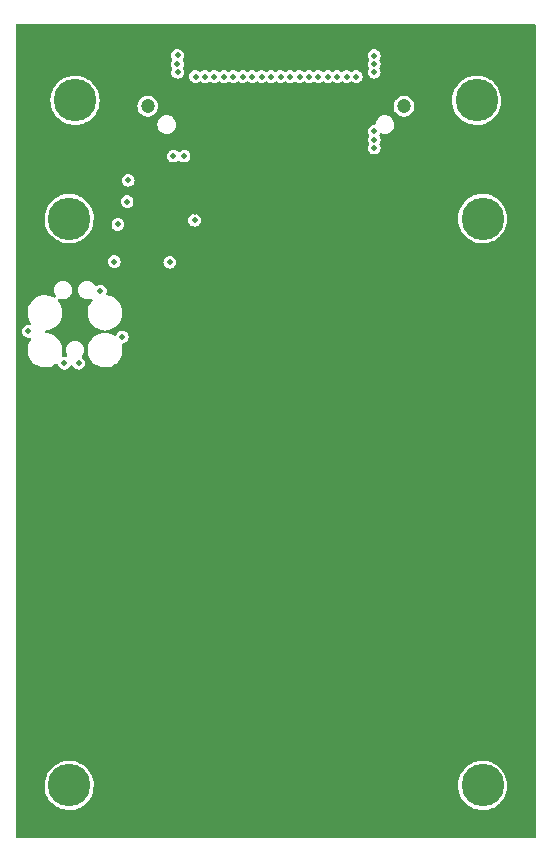
<source format=gbr>
%TF.GenerationSoftware,KiCad,Pcbnew,(6.0.7)*%
%TF.CreationDate,2022-08-04T10:24:46-07:00*%
%TF.ProjectId,SZG-TEMPLATE-STD,535a472d-5445-44d5-904c-4154452d5354,A*%
%TF.SameCoordinates,Original*%
%TF.FileFunction,Copper,L2,Inr*%
%TF.FilePolarity,Positive*%
%FSLAX46Y46*%
G04 Gerber Fmt 4.6, Leading zero omitted, Abs format (unit mm)*
G04 Created by KiCad (PCBNEW (6.0.7)) date 2022-08-04 10:24:46*
%MOMM*%
%LPD*%
G01*
G04 APERTURE LIST*
%TA.AperFunction,ComponentPad*%
%ADD10C,3.600000*%
%TD*%
%TA.AperFunction,ComponentPad*%
%ADD11C,1.200000*%
%TD*%
%TA.AperFunction,ViaPad*%
%ADD12C,0.508000*%
%TD*%
G04 APERTURE END LIST*
D10*
%TO.N,N/C*%
%TO.C,H6*%
X159900000Y-123800000D03*
%TD*%
%TO.N,N/C*%
%TO.C,H5*%
X124900000Y-123800000D03*
%TD*%
%TO.N,N/C*%
%TO.C,H4*%
X159900000Y-75800000D03*
%TD*%
%TO.N,N/C*%
%TO.C,H3*%
X124900000Y-75800000D03*
%TD*%
%TO.N,N/C*%
%TO.C,H2*%
X159400000Y-65800000D03*
%TD*%
%TO.N,N/C*%
%TO.C,H1*%
X125400000Y-65800000D03*
%TD*%
D11*
%TO.N,N/C*%
%TO.C,J1*%
X131555320Y-66300000D03*
X153245320Y-66300000D03*
%TD*%
D12*
%TO.N,+5V*%
X134073200Y-61993800D03*
X134073200Y-63416200D03*
X134066940Y-62716200D03*
%TO.N,GND*%
X125400000Y-82100000D03*
X132295200Y-75960800D03*
X133301600Y-75960800D03*
X132295200Y-74751200D03*
X133301600Y-74751200D03*
X137883200Y-65150000D03*
X140499400Y-65150000D03*
X141261400Y-65150000D03*
X139229400Y-65150000D03*
X137095800Y-65150000D03*
X134936800Y-65150000D03*
X133946200Y-65150000D03*
X132981000Y-65150000D03*
X135521000Y-75259200D03*
X135394000Y-72135000D03*
X135419400Y-73786000D03*
X149879800Y-65150000D03*
X150845000Y-65150000D03*
X151835600Y-65150000D03*
X143517600Y-65150000D03*
X145575000Y-65150000D03*
X147607000Y-65150000D03*
X146591000Y-65150000D03*
X144559000Y-65150000D03*
%TO.N,/MCU_MISO*%
X125700000Y-88050000D03*
%TO.N,+3V3*%
X135521000Y-75945000D03*
X133412800Y-79501000D03*
X134632000Y-70509400D03*
X150735600Y-63415000D03*
X150729340Y-62715000D03*
X150729340Y-62003800D03*
X128725000Y-79450000D03*
%TO.N,/R_GA*%
X133717600Y-70509400D03*
X135597200Y-63778400D03*
%TO.N,/RSVD_38*%
X149202120Y-63778400D03*
%TO.N,/C2P_CLKN*%
X148402020Y-63778400D03*
%TO.N,/C2P_CLKP*%
X147601920Y-63778400D03*
%TO.N,/S27*%
X146801820Y-63778400D03*
%TO.N,/S25*%
X146001720Y-63778400D03*
%TO.N,/S23*%
X145201620Y-63778400D03*
%TO.N,/S21*%
X144401520Y-63778400D03*
%TO.N,/S19*%
X143601420Y-63778400D03*
%TO.N,/S17*%
X142801320Y-63778400D03*
%TO.N,/S15_D7N*%
X142001220Y-63778400D03*
%TO.N,/S13_D7P*%
X141201120Y-63778400D03*
%TO.N,/S11_D5N*%
X140401020Y-63778400D03*
%TO.N,/S9_D5P*%
X139600920Y-63778400D03*
%TO.N,/S7_D3N*%
X138800820Y-63778400D03*
%TO.N,/S5_D3P*%
X138000720Y-63778400D03*
%TO.N,/S3_D1N*%
X137200620Y-63778400D03*
%TO.N,/S1_D1P*%
X136400520Y-63778400D03*
%TO.N,/MCU_SCL_USCK*%
X129400000Y-85819910D03*
%TO.N,+3V3*%
X124500000Y-88050000D03*
%TO.N,/MCU_SCL_USCK*%
X129907600Y-72566800D03*
%TO.N,/MCU_SDA_MOSI*%
X121450002Y-85350000D03*
%TO.N,/MCU_MISO*%
X129806000Y-74370200D03*
%TO.N,/MCU_SDA_MOSI*%
X129025004Y-76300000D03*
%TO.N,/MCU_RESET_B*%
X127550000Y-81950000D03*
%TO.N,/VIO*%
X150729340Y-68400000D03*
X150729340Y-69136600D03*
X150735600Y-69836600D03*
%TD*%
%TA.AperFunction,Conductor*%
%TO.N,GND*%
G36*
X164331661Y-59330472D02*
G01*
X164378154Y-59384128D01*
X164389540Y-59436470D01*
X164389540Y-128163540D01*
X164369538Y-128231661D01*
X164315882Y-128278154D01*
X164263540Y-128289540D01*
X120536460Y-128289540D01*
X120468339Y-128269538D01*
X120421846Y-128215882D01*
X120410460Y-128163540D01*
X120410460Y-123778169D01*
X122815354Y-123778169D01*
X122831679Y-124061290D01*
X122832504Y-124065495D01*
X122832505Y-124065503D01*
X122864065Y-124226363D01*
X122886276Y-124339576D01*
X122887663Y-124343626D01*
X122887664Y-124343631D01*
X122976748Y-124603821D01*
X122978137Y-124607877D01*
X123105559Y-124861229D01*
X123107985Y-124864758D01*
X123107988Y-124864764D01*
X123143937Y-124917070D01*
X123266187Y-125094944D01*
X123457048Y-125304697D01*
X123460337Y-125307447D01*
X123671317Y-125483854D01*
X123671322Y-125483858D01*
X123674609Y-125486606D01*
X123730418Y-125521615D01*
X123911205Y-125635023D01*
X123911209Y-125635025D01*
X123914845Y-125637306D01*
X123918755Y-125639071D01*
X123918756Y-125639072D01*
X124169399Y-125752242D01*
X124169403Y-125752244D01*
X124173311Y-125754008D01*
X124177431Y-125755228D01*
X124177430Y-125755228D01*
X124441111Y-125833334D01*
X124441115Y-125833335D01*
X124445224Y-125834552D01*
X124449458Y-125835200D01*
X124449463Y-125835201D01*
X124721310Y-125876799D01*
X124721312Y-125876799D01*
X124725552Y-125877448D01*
X124869875Y-125879715D01*
X125004817Y-125881836D01*
X125004823Y-125881836D01*
X125009108Y-125881903D01*
X125290645Y-125847833D01*
X125564954Y-125775870D01*
X125568914Y-125774230D01*
X125568919Y-125774228D01*
X125695956Y-125721607D01*
X125826958Y-125667344D01*
X126071809Y-125524264D01*
X126294977Y-125349279D01*
X126341255Y-125301524D01*
X126489348Y-125148702D01*
X126492331Y-125145624D01*
X126494864Y-125142176D01*
X126494868Y-125142171D01*
X126657683Y-124920525D01*
X126660221Y-124917070D01*
X126690540Y-124861229D01*
X126793489Y-124671622D01*
X126793490Y-124671620D01*
X126795539Y-124667846D01*
X126895781Y-124402562D01*
X126959093Y-124126128D01*
X126984303Y-123843660D01*
X126984760Y-123800000D01*
X126984591Y-123797519D01*
X126983272Y-123778169D01*
X157815354Y-123778169D01*
X157831679Y-124061290D01*
X157832504Y-124065495D01*
X157832505Y-124065503D01*
X157864065Y-124226363D01*
X157886276Y-124339576D01*
X157887663Y-124343626D01*
X157887664Y-124343631D01*
X157976748Y-124603821D01*
X157978137Y-124607877D01*
X158105559Y-124861229D01*
X158107985Y-124864758D01*
X158107988Y-124864764D01*
X158143937Y-124917070D01*
X158266187Y-125094944D01*
X158457048Y-125304697D01*
X158460337Y-125307447D01*
X158671317Y-125483854D01*
X158671322Y-125483858D01*
X158674609Y-125486606D01*
X158730418Y-125521615D01*
X158911205Y-125635023D01*
X158911209Y-125635025D01*
X158914845Y-125637306D01*
X158918755Y-125639071D01*
X158918756Y-125639072D01*
X159169399Y-125752242D01*
X159169403Y-125752244D01*
X159173311Y-125754008D01*
X159177431Y-125755228D01*
X159177430Y-125755228D01*
X159441111Y-125833334D01*
X159441115Y-125833335D01*
X159445224Y-125834552D01*
X159449458Y-125835200D01*
X159449463Y-125835201D01*
X159721310Y-125876799D01*
X159721312Y-125876799D01*
X159725552Y-125877448D01*
X159869875Y-125879715D01*
X160004817Y-125881836D01*
X160004823Y-125881836D01*
X160009108Y-125881903D01*
X160290645Y-125847833D01*
X160564954Y-125775870D01*
X160568914Y-125774230D01*
X160568919Y-125774228D01*
X160695956Y-125721607D01*
X160826958Y-125667344D01*
X161071809Y-125524264D01*
X161294977Y-125349279D01*
X161341255Y-125301524D01*
X161489348Y-125148702D01*
X161492331Y-125145624D01*
X161494864Y-125142176D01*
X161494868Y-125142171D01*
X161657683Y-124920525D01*
X161660221Y-124917070D01*
X161690540Y-124861229D01*
X161793489Y-124671622D01*
X161793490Y-124671620D01*
X161795539Y-124667846D01*
X161895781Y-124402562D01*
X161959093Y-124126128D01*
X161984303Y-123843660D01*
X161984760Y-123800000D01*
X161984591Y-123797519D01*
X161965763Y-123521343D01*
X161965762Y-123521337D01*
X161965471Y-123517066D01*
X161907963Y-123239367D01*
X161813298Y-122972042D01*
X161683229Y-122720038D01*
X161672821Y-122705228D01*
X161522626Y-122491523D01*
X161520163Y-122488018D01*
X161327116Y-122280275D01*
X161107662Y-122100654D01*
X160865861Y-121952478D01*
X160848070Y-121944668D01*
X160610119Y-121840215D01*
X160606187Y-121838489D01*
X160333446Y-121760797D01*
X160124934Y-121731122D01*
X160056936Y-121721444D01*
X160056934Y-121721444D01*
X160052684Y-121720839D01*
X159903222Y-121720056D01*
X159773383Y-121719376D01*
X159773376Y-121719376D01*
X159769097Y-121719354D01*
X159764853Y-121719913D01*
X159764849Y-121719913D01*
X159641234Y-121736187D01*
X159487932Y-121756370D01*
X159483792Y-121757503D01*
X159483790Y-121757503D01*
X159218537Y-121830068D01*
X159214392Y-121831202D01*
X158953539Y-121942465D01*
X158949858Y-121944668D01*
X158713881Y-122085897D01*
X158713877Y-122085900D01*
X158710199Y-122088101D01*
X158488876Y-122265414D01*
X158293665Y-122471124D01*
X158128178Y-122701424D01*
X157995477Y-122952052D01*
X157898018Y-123218371D01*
X157837605Y-123495452D01*
X157815354Y-123778169D01*
X126983272Y-123778169D01*
X126965763Y-123521343D01*
X126965762Y-123521337D01*
X126965471Y-123517066D01*
X126907963Y-123239367D01*
X126813298Y-122972042D01*
X126683229Y-122720038D01*
X126672821Y-122705228D01*
X126522626Y-122491523D01*
X126520163Y-122488018D01*
X126327116Y-122280275D01*
X126107662Y-122100654D01*
X125865861Y-121952478D01*
X125848070Y-121944668D01*
X125610119Y-121840215D01*
X125606187Y-121838489D01*
X125333446Y-121760797D01*
X125124934Y-121731122D01*
X125056936Y-121721444D01*
X125056934Y-121721444D01*
X125052684Y-121720839D01*
X124903222Y-121720056D01*
X124773383Y-121719376D01*
X124773376Y-121719376D01*
X124769097Y-121719354D01*
X124764853Y-121719913D01*
X124764849Y-121719913D01*
X124641234Y-121736187D01*
X124487932Y-121756370D01*
X124483792Y-121757503D01*
X124483790Y-121757503D01*
X124218537Y-121830068D01*
X124214392Y-121831202D01*
X123953539Y-121942465D01*
X123949858Y-121944668D01*
X123713881Y-122085897D01*
X123713877Y-122085900D01*
X123710199Y-122088101D01*
X123488876Y-122265414D01*
X123293665Y-122471124D01*
X123128178Y-122701424D01*
X122995477Y-122952052D01*
X122898018Y-123218371D01*
X122837605Y-123495452D01*
X122815354Y-123778169D01*
X120410460Y-123778169D01*
X120410460Y-85350000D01*
X120911495Y-85350000D01*
X120929844Y-85489376D01*
X120983641Y-85619253D01*
X121013064Y-85657598D01*
X121054708Y-85711869D01*
X121069220Y-85730782D01*
X121075770Y-85735808D01*
X121075773Y-85735811D01*
X121121162Y-85770639D01*
X121180748Y-85816361D01*
X121209084Y-85828098D01*
X121302996Y-85866998D01*
X121302999Y-85866999D01*
X121310626Y-85870158D01*
X121450002Y-85888507D01*
X121458190Y-85887429D01*
X121555903Y-85874565D01*
X121626052Y-85885504D01*
X121679150Y-85932633D01*
X121698340Y-86000987D01*
X121677529Y-86068864D01*
X121671231Y-86077579D01*
X121662083Y-86089163D01*
X121633624Y-86125198D01*
X121517013Y-86336438D01*
X121436470Y-86563887D01*
X121435563Y-86568979D01*
X121398066Y-86779484D01*
X121394155Y-86801437D01*
X121394092Y-86806600D01*
X121392482Y-86938442D01*
X121391208Y-87042708D01*
X121427705Y-87281221D01*
X121502668Y-87510570D01*
X121614083Y-87724596D01*
X121617186Y-87728729D01*
X121617188Y-87728732D01*
X121748029Y-87902995D01*
X121758958Y-87917551D01*
X121933402Y-88084253D01*
X121970209Y-88109361D01*
X122103013Y-88199954D01*
X122132730Y-88220226D01*
X122137413Y-88222400D01*
X122137417Y-88222402D01*
X122346895Y-88319638D01*
X122346898Y-88319639D01*
X122351590Y-88321817D01*
X122584104Y-88386299D01*
X122589241Y-88386848D01*
X122777751Y-88406994D01*
X122777759Y-88406994D01*
X122781086Y-88407350D01*
X122921169Y-88407350D01*
X122923742Y-88407138D01*
X122923753Y-88407138D01*
X123024249Y-88398875D01*
X123100478Y-88392608D01*
X123334497Y-88333826D01*
X123482498Y-88269474D01*
X123551037Y-88239673D01*
X123551040Y-88239671D01*
X123555774Y-88237613D01*
X123737318Y-88120167D01*
X123754022Y-88109361D01*
X123754025Y-88109359D01*
X123758365Y-88106551D01*
X123768148Y-88097649D01*
X123831993Y-88066597D01*
X123902492Y-88074991D01*
X123957261Y-88120167D01*
X123977870Y-88174397D01*
X123979842Y-88189376D01*
X124033639Y-88319253D01*
X124038666Y-88325804D01*
X124088959Y-88391347D01*
X124119218Y-88430782D01*
X124125768Y-88435808D01*
X124125771Y-88435811D01*
X124174982Y-88473572D01*
X124230746Y-88516361D01*
X124295685Y-88543260D01*
X124352994Y-88566998D01*
X124352997Y-88566999D01*
X124360624Y-88570158D01*
X124500000Y-88588507D01*
X124508188Y-88587429D01*
X124631188Y-88571236D01*
X124639376Y-88570158D01*
X124647003Y-88566999D01*
X124647006Y-88566998D01*
X124704315Y-88543259D01*
X124769254Y-88516361D01*
X124825018Y-88473572D01*
X124874229Y-88435811D01*
X124874232Y-88435808D01*
X124880782Y-88430782D01*
X124911042Y-88391347D01*
X124961334Y-88325804D01*
X124966361Y-88319253D01*
X124983591Y-88277656D01*
X125028139Y-88222375D01*
X125095503Y-88199954D01*
X125164294Y-88217512D01*
X125212672Y-88269474D01*
X125216408Y-88277654D01*
X125233639Y-88319253D01*
X125238666Y-88325804D01*
X125288959Y-88391347D01*
X125319218Y-88430782D01*
X125325768Y-88435808D01*
X125325771Y-88435811D01*
X125374982Y-88473572D01*
X125430746Y-88516361D01*
X125495685Y-88543260D01*
X125552994Y-88566998D01*
X125552997Y-88566999D01*
X125560624Y-88570158D01*
X125700000Y-88588507D01*
X125708188Y-88587429D01*
X125831188Y-88571236D01*
X125839376Y-88570158D01*
X125847003Y-88566999D01*
X125847006Y-88566998D01*
X125904315Y-88543259D01*
X125969254Y-88516361D01*
X126025018Y-88473572D01*
X126074229Y-88435811D01*
X126074232Y-88435808D01*
X126080782Y-88430782D01*
X126111042Y-88391347D01*
X126161334Y-88325804D01*
X126166361Y-88319253D01*
X126220158Y-88189376D01*
X126238507Y-88050000D01*
X126220158Y-87910624D01*
X126166361Y-87780747D01*
X126080782Y-87669218D01*
X126074232Y-87664192D01*
X126074229Y-87664189D01*
X126017529Y-87620682D01*
X125975662Y-87563344D01*
X125971440Y-87492473D01*
X126000265Y-87440643D01*
X125998554Y-87439268D01*
X126002966Y-87433781D01*
X126007965Y-87428817D01*
X126011737Y-87422874D01*
X126011739Y-87422871D01*
X126097377Y-87287927D01*
X126101154Y-87281976D01*
X126111432Y-87253111D01*
X126157132Y-87124773D01*
X126157133Y-87124768D01*
X126159494Y-87118138D01*
X126160327Y-87111152D01*
X126160328Y-87111148D01*
X126179252Y-86952439D01*
X126180086Y-86945446D01*
X126164950Y-86801437D01*
X126162643Y-86779484D01*
X126162642Y-86779482D01*
X126161907Y-86772484D01*
X126105860Y-86607847D01*
X126102169Y-86601847D01*
X126018422Y-86465718D01*
X126018420Y-86465716D01*
X126014731Y-86459719D01*
X125893049Y-86335462D01*
X125746862Y-86241251D01*
X125740242Y-86238841D01*
X125740239Y-86238840D01*
X125590055Y-86184177D01*
X125590054Y-86184177D01*
X125583436Y-86181768D01*
X125576448Y-86180885D01*
X125576447Y-86180885D01*
X125544121Y-86176801D01*
X125449118Y-86164800D01*
X125356271Y-86164800D01*
X125227169Y-86179281D01*
X125220516Y-86181598D01*
X125220515Y-86181598D01*
X125184497Y-86194141D01*
X125062928Y-86236476D01*
X125056954Y-86240209D01*
X125056952Y-86240210D01*
X124921414Y-86324904D01*
X124915440Y-86328637D01*
X124910442Y-86333600D01*
X124910441Y-86333601D01*
X124891892Y-86352021D01*
X124792035Y-86451183D01*
X124698846Y-86598024D01*
X124696481Y-86604666D01*
X124642868Y-86755227D01*
X124642867Y-86755232D01*
X124640506Y-86761862D01*
X124639673Y-86768848D01*
X124639672Y-86768852D01*
X124630895Y-86842462D01*
X124619914Y-86934554D01*
X124620650Y-86941557D01*
X124620650Y-86941558D01*
X124635585Y-87083651D01*
X124638093Y-87107516D01*
X124694140Y-87272153D01*
X124697829Y-87278149D01*
X124697832Y-87278156D01*
X124732739Y-87334895D01*
X124751398Y-87403396D01*
X124730059Y-87471111D01*
X124675500Y-87516539D01*
X124608977Y-87525840D01*
X124500000Y-87511493D01*
X124404227Y-87524102D01*
X124334080Y-87513163D01*
X124280981Y-87466035D01*
X124261791Y-87397681D01*
X124269009Y-87357122D01*
X124281803Y-87320992D01*
X124281805Y-87320984D01*
X124283530Y-87316113D01*
X124317614Y-87124773D01*
X124324939Y-87083651D01*
X124324939Y-87083647D01*
X124325845Y-87078563D01*
X124327471Y-86945446D01*
X124328729Y-86842462D01*
X124328729Y-86842460D01*
X124328792Y-86837292D01*
X124292295Y-86598779D01*
X124217332Y-86369430D01*
X124149351Y-86238840D01*
X124108306Y-86159993D01*
X124108305Y-86159992D01*
X124105917Y-86155404D01*
X124086639Y-86129727D01*
X123964147Y-85966584D01*
X123964145Y-85966581D01*
X123961042Y-85962449D01*
X123786598Y-85795747D01*
X123587270Y-85659774D01*
X123582587Y-85657600D01*
X123582583Y-85657598D01*
X123373105Y-85560362D01*
X123373102Y-85560361D01*
X123368410Y-85558183D01*
X123135896Y-85493701D01*
X123130759Y-85493152D01*
X122985730Y-85477653D01*
X122920120Y-85450525D01*
X122879592Y-85392233D01*
X122877013Y-85321283D01*
X122913202Y-85260202D01*
X122976669Y-85228382D01*
X122988793Y-85226790D01*
X123100478Y-85217608D01*
X123334497Y-85158826D01*
X123463309Y-85102817D01*
X123551037Y-85064673D01*
X123551040Y-85064671D01*
X123555774Y-85062613D01*
X123707905Y-84964195D01*
X123754022Y-84934361D01*
X123754025Y-84934359D01*
X123758365Y-84931551D01*
X123782871Y-84909253D01*
X123933008Y-84772638D01*
X123933009Y-84772636D01*
X123936830Y-84769160D01*
X123940029Y-84765109D01*
X123940033Y-84765105D01*
X124083171Y-84583860D01*
X124086376Y-84579802D01*
X124202987Y-84368562D01*
X124283530Y-84141113D01*
X124325845Y-83903563D01*
X124328792Y-83662292D01*
X124292295Y-83423779D01*
X124217332Y-83194430D01*
X124105917Y-82980404D01*
X123961042Y-82787449D01*
X123957305Y-82783877D01*
X123954482Y-82780698D01*
X123924214Y-82716477D01*
X123933472Y-82646087D01*
X123979316Y-82591875D01*
X124047191Y-82571055D01*
X124091800Y-82578645D01*
X124200564Y-82618232D01*
X124207552Y-82619115D01*
X124207553Y-82619115D01*
X124226465Y-82621504D01*
X124334882Y-82635200D01*
X124427729Y-82635200D01*
X124556831Y-82620719D01*
X124563484Y-82618402D01*
X124563485Y-82618402D01*
X124639659Y-82591875D01*
X124721072Y-82563524D01*
X124734826Y-82554930D01*
X124862586Y-82475096D01*
X124868560Y-82471363D01*
X124874639Y-82465327D01*
X124967376Y-82373235D01*
X124991965Y-82348817D01*
X125085154Y-82201976D01*
X125128165Y-82081188D01*
X125141132Y-82044773D01*
X125141133Y-82044768D01*
X125143494Y-82038138D01*
X125144327Y-82031152D01*
X125144328Y-82031148D01*
X125163252Y-81872439D01*
X125164086Y-81865446D01*
X125162941Y-81854554D01*
X125635914Y-81854554D01*
X125654093Y-82027516D01*
X125710140Y-82192153D01*
X125713830Y-82198151D01*
X125713831Y-82198153D01*
X125784112Y-82312392D01*
X125801269Y-82340281D01*
X125922951Y-82464538D01*
X126069138Y-82558749D01*
X126075758Y-82561159D01*
X126075761Y-82561160D01*
X126225945Y-82615823D01*
X126232564Y-82618232D01*
X126239552Y-82619115D01*
X126239553Y-82619115D01*
X126258465Y-82621504D01*
X126366882Y-82635200D01*
X126459729Y-82635200D01*
X126588831Y-82620719D01*
X126595485Y-82618402D01*
X126652781Y-82598449D01*
X126711641Y-82577952D01*
X126782549Y-82574438D01*
X126844102Y-82609819D01*
X126876754Y-82672861D01*
X126870140Y-82743549D01*
X126851959Y-82775035D01*
X126838889Y-82791585D01*
X126713624Y-82950198D01*
X126597013Y-83161438D01*
X126516470Y-83388887D01*
X126474155Y-83626437D01*
X126471208Y-83867708D01*
X126507705Y-84106221D01*
X126582668Y-84335570D01*
X126694083Y-84549596D01*
X126697186Y-84553729D01*
X126697188Y-84553732D01*
X126800234Y-84690976D01*
X126838958Y-84742551D01*
X127013402Y-84909253D01*
X127212730Y-85045226D01*
X127217413Y-85047400D01*
X127217417Y-85047402D01*
X127426895Y-85144638D01*
X127426898Y-85144639D01*
X127431590Y-85146817D01*
X127664104Y-85211299D01*
X127669241Y-85211848D01*
X127814270Y-85227347D01*
X127879880Y-85254475D01*
X127920408Y-85312767D01*
X127922987Y-85383717D01*
X127886798Y-85444798D01*
X127823331Y-85476618D01*
X127811207Y-85478210D01*
X127699522Y-85487392D01*
X127465503Y-85546174D01*
X127432873Y-85560362D01*
X127248963Y-85640327D01*
X127248960Y-85640329D01*
X127244226Y-85642387D01*
X127163964Y-85694311D01*
X127045978Y-85770639D01*
X127045975Y-85770641D01*
X127041635Y-85773449D01*
X127037812Y-85776928D01*
X127037809Y-85776930D01*
X126930510Y-85874565D01*
X126863170Y-85935840D01*
X126859971Y-85939891D01*
X126859967Y-85939895D01*
X126838628Y-85966915D01*
X126713624Y-86125198D01*
X126597013Y-86336438D01*
X126516470Y-86563887D01*
X126515563Y-86568979D01*
X126478066Y-86779484D01*
X126474155Y-86801437D01*
X126474092Y-86806600D01*
X126472482Y-86938442D01*
X126471208Y-87042708D01*
X126507705Y-87281221D01*
X126582668Y-87510570D01*
X126694083Y-87724596D01*
X126697186Y-87728729D01*
X126697188Y-87728732D01*
X126828029Y-87902995D01*
X126838958Y-87917551D01*
X127013402Y-88084253D01*
X127050209Y-88109361D01*
X127183013Y-88199954D01*
X127212730Y-88220226D01*
X127217413Y-88222400D01*
X127217417Y-88222402D01*
X127426895Y-88319638D01*
X127426898Y-88319639D01*
X127431590Y-88321817D01*
X127664104Y-88386299D01*
X127669241Y-88386848D01*
X127857751Y-88406994D01*
X127857759Y-88406994D01*
X127861086Y-88407350D01*
X128001169Y-88407350D01*
X128003742Y-88407138D01*
X128003753Y-88407138D01*
X128104249Y-88398875D01*
X128180478Y-88392608D01*
X128414497Y-88333826D01*
X128562498Y-88269474D01*
X128631037Y-88239673D01*
X128631040Y-88239671D01*
X128635774Y-88237613D01*
X128817318Y-88120167D01*
X128834022Y-88109361D01*
X128834025Y-88109359D01*
X128838365Y-88106551D01*
X128848149Y-88097649D01*
X129013008Y-87947638D01*
X129013009Y-87947636D01*
X129016830Y-87944160D01*
X129020029Y-87940109D01*
X129020033Y-87940105D01*
X129145886Y-87780747D01*
X129166376Y-87754802D01*
X129282987Y-87543562D01*
X129363530Y-87316113D01*
X129397614Y-87124773D01*
X129404939Y-87083651D01*
X129404939Y-87083647D01*
X129405845Y-87078563D01*
X129407471Y-86945446D01*
X129408729Y-86842462D01*
X129408729Y-86842460D01*
X129408792Y-86837292D01*
X129372295Y-86598779D01*
X129345267Y-86516087D01*
X129343116Y-86445125D01*
X129379672Y-86384263D01*
X129448585Y-86352021D01*
X129531188Y-86341146D01*
X129539376Y-86340068D01*
X129547003Y-86336909D01*
X129547006Y-86336908D01*
X129604315Y-86313170D01*
X129669254Y-86286271D01*
X129727925Y-86241251D01*
X129774229Y-86205721D01*
X129774232Y-86205718D01*
X129780782Y-86200692D01*
X129793455Y-86184177D01*
X129861334Y-86095714D01*
X129866361Y-86089163D01*
X129920158Y-85959286D01*
X129938507Y-85819910D01*
X129920158Y-85680534D01*
X129866361Y-85550657D01*
X129780782Y-85439128D01*
X129774232Y-85434102D01*
X129774229Y-85434099D01*
X129708569Y-85383717D01*
X129669254Y-85353549D01*
X129591357Y-85321283D01*
X129547006Y-85302912D01*
X129547003Y-85302911D01*
X129539376Y-85299752D01*
X129400000Y-85281403D01*
X129260624Y-85299752D01*
X129130747Y-85353549D01*
X129019218Y-85439128D01*
X128933639Y-85550657D01*
X128930479Y-85558287D01*
X128899048Y-85634167D01*
X128854500Y-85689448D01*
X128787136Y-85711869D01*
X128718345Y-85694311D01*
X128711635Y-85690037D01*
X128671546Y-85662690D01*
X128671538Y-85662685D01*
X128667270Y-85659774D01*
X128662587Y-85657600D01*
X128662583Y-85657598D01*
X128453105Y-85560362D01*
X128453102Y-85560361D01*
X128448410Y-85558183D01*
X128215896Y-85493701D01*
X128210759Y-85493152D01*
X128065730Y-85477653D01*
X128000120Y-85450525D01*
X127959592Y-85392233D01*
X127957013Y-85321283D01*
X127993202Y-85260202D01*
X128056669Y-85228382D01*
X128068793Y-85226790D01*
X128180478Y-85217608D01*
X128414497Y-85158826D01*
X128543309Y-85102817D01*
X128631037Y-85064673D01*
X128631040Y-85064671D01*
X128635774Y-85062613D01*
X128787905Y-84964195D01*
X128834022Y-84934361D01*
X128834025Y-84934359D01*
X128838365Y-84931551D01*
X128862871Y-84909253D01*
X129013008Y-84772638D01*
X129013009Y-84772636D01*
X129016830Y-84769160D01*
X129020029Y-84765109D01*
X129020033Y-84765105D01*
X129163171Y-84583860D01*
X129166376Y-84579802D01*
X129282987Y-84368562D01*
X129363530Y-84141113D01*
X129405845Y-83903563D01*
X129408792Y-83662292D01*
X129372295Y-83423779D01*
X129297332Y-83194430D01*
X129185917Y-82980404D01*
X129166639Y-82954727D01*
X129044147Y-82791584D01*
X129044145Y-82791581D01*
X129041042Y-82787449D01*
X128866598Y-82620747D01*
X128667270Y-82484774D01*
X128662587Y-82482600D01*
X128662583Y-82482598D01*
X128453105Y-82385362D01*
X128453102Y-82385361D01*
X128448410Y-82383183D01*
X128215896Y-82318701D01*
X128210759Y-82318152D01*
X128152847Y-82311963D01*
X128087237Y-82284835D01*
X128046709Y-82226543D01*
X128044130Y-82155593D01*
X128049828Y-82138457D01*
X128066997Y-82097009D01*
X128066998Y-82097004D01*
X128070158Y-82089376D01*
X128088507Y-81950000D01*
X128070158Y-81810624D01*
X128016361Y-81680747D01*
X127930782Y-81569218D01*
X127924232Y-81564192D01*
X127924229Y-81564189D01*
X127869047Y-81521847D01*
X127819254Y-81483639D01*
X127754315Y-81456741D01*
X127697006Y-81433002D01*
X127697003Y-81433001D01*
X127689376Y-81429842D01*
X127550000Y-81411493D01*
X127410624Y-81429842D01*
X127280747Y-81483639D01*
X127274198Y-81488664D01*
X127274195Y-81488666D01*
X127265163Y-81495597D01*
X127198943Y-81521198D01*
X127129394Y-81506934D01*
X127081141Y-81461658D01*
X127034424Y-81385720D01*
X127034419Y-81385713D01*
X127030731Y-81379719D01*
X126909049Y-81255462D01*
X126762862Y-81161251D01*
X126756242Y-81158841D01*
X126756239Y-81158840D01*
X126606055Y-81104177D01*
X126606054Y-81104177D01*
X126599436Y-81101768D01*
X126592448Y-81100885D01*
X126592447Y-81100885D01*
X126560121Y-81096801D01*
X126465118Y-81084800D01*
X126372271Y-81084800D01*
X126243169Y-81099281D01*
X126236516Y-81101598D01*
X126236515Y-81101598D01*
X126169497Y-81124936D01*
X126078928Y-81156476D01*
X126072954Y-81160209D01*
X126072952Y-81160210D01*
X125937414Y-81244904D01*
X125931440Y-81248637D01*
X125808035Y-81371183D01*
X125714846Y-81518024D01*
X125712481Y-81524666D01*
X125658868Y-81675227D01*
X125658867Y-81675232D01*
X125656506Y-81681862D01*
X125655673Y-81688848D01*
X125655672Y-81688852D01*
X125642062Y-81802995D01*
X125635914Y-81854554D01*
X125162941Y-81854554D01*
X125145907Y-81692484D01*
X125089860Y-81527847D01*
X125060719Y-81480479D01*
X125002422Y-81385718D01*
X125002420Y-81385716D01*
X124998731Y-81379719D01*
X124877049Y-81255462D01*
X124730862Y-81161251D01*
X124724242Y-81158841D01*
X124724239Y-81158840D01*
X124574055Y-81104177D01*
X124574054Y-81104177D01*
X124567436Y-81101768D01*
X124560448Y-81100885D01*
X124560447Y-81100885D01*
X124528121Y-81096801D01*
X124433118Y-81084800D01*
X124340271Y-81084800D01*
X124211169Y-81099281D01*
X124204516Y-81101598D01*
X124204515Y-81101598D01*
X124137497Y-81124936D01*
X124046928Y-81156476D01*
X124040954Y-81160209D01*
X124040952Y-81160210D01*
X123905414Y-81244904D01*
X123899440Y-81248637D01*
X123776035Y-81371183D01*
X123682846Y-81518024D01*
X123680481Y-81524666D01*
X123626868Y-81675227D01*
X123626867Y-81675232D01*
X123624506Y-81681862D01*
X123623673Y-81688848D01*
X123623672Y-81688852D01*
X123610062Y-81802995D01*
X123603914Y-81854554D01*
X123622093Y-82027516D01*
X123678140Y-82192153D01*
X123681830Y-82198151D01*
X123681831Y-82198153D01*
X123747073Y-82304202D01*
X123765731Y-82372703D01*
X123744392Y-82440417D01*
X123689832Y-82485845D01*
X123619373Y-82494565D01*
X123586707Y-82484513D01*
X123476826Y-82433508D01*
X123373105Y-82385362D01*
X123373102Y-82385361D01*
X123368410Y-82383183D01*
X123135896Y-82318701D01*
X123130759Y-82318152D01*
X122942249Y-82298006D01*
X122942241Y-82298006D01*
X122938914Y-82297650D01*
X122798831Y-82297650D01*
X122796258Y-82297862D01*
X122796247Y-82297862D01*
X122695751Y-82306125D01*
X122619522Y-82312392D01*
X122385503Y-82371174D01*
X122352873Y-82385362D01*
X122168963Y-82465327D01*
X122168960Y-82465329D01*
X122164226Y-82467387D01*
X122040387Y-82547502D01*
X121965978Y-82595639D01*
X121965975Y-82595641D01*
X121961635Y-82598449D01*
X121957812Y-82601928D01*
X121957809Y-82601930D01*
X121786992Y-82757362D01*
X121783170Y-82760840D01*
X121779971Y-82764891D01*
X121779967Y-82764895D01*
X121758889Y-82791585D01*
X121633624Y-82950198D01*
X121517013Y-83161438D01*
X121436470Y-83388887D01*
X121394155Y-83626437D01*
X121391208Y-83867708D01*
X121427705Y-84106221D01*
X121502668Y-84335570D01*
X121614083Y-84549596D01*
X121617186Y-84553729D01*
X121617188Y-84553732D01*
X121670317Y-84624492D01*
X121695223Y-84690976D01*
X121680231Y-84760372D01*
X121630101Y-84810646D01*
X121560748Y-84825837D01*
X121553111Y-84825067D01*
X121458191Y-84812571D01*
X121458190Y-84812571D01*
X121450002Y-84811493D01*
X121310626Y-84829842D01*
X121180749Y-84883639D01*
X121069220Y-84969218D01*
X120983641Y-85080747D01*
X120929844Y-85210624D01*
X120911495Y-85350000D01*
X120410460Y-85350000D01*
X120410460Y-79450000D01*
X128186493Y-79450000D01*
X128204842Y-79589376D01*
X128258639Y-79719253D01*
X128344218Y-79830782D01*
X128350768Y-79835808D01*
X128350771Y-79835811D01*
X128399982Y-79873572D01*
X128455746Y-79916361D01*
X128520685Y-79943259D01*
X128577994Y-79966998D01*
X128577997Y-79966999D01*
X128585624Y-79970158D01*
X128725000Y-79988507D01*
X128733188Y-79987429D01*
X128856188Y-79971236D01*
X128864376Y-79970158D01*
X128872003Y-79966999D01*
X128872006Y-79966998D01*
X128929315Y-79943259D01*
X128994254Y-79916361D01*
X129050018Y-79873572D01*
X129099229Y-79835811D01*
X129099232Y-79835808D01*
X129105782Y-79830782D01*
X129191361Y-79719253D01*
X129245158Y-79589376D01*
X129256793Y-79501000D01*
X132874293Y-79501000D01*
X132892642Y-79640376D01*
X132946439Y-79770253D01*
X133032018Y-79881782D01*
X133038568Y-79886808D01*
X133038571Y-79886811D01*
X133070528Y-79911332D01*
X133143546Y-79967361D01*
X133191995Y-79987429D01*
X133265794Y-80017998D01*
X133265797Y-80017999D01*
X133273424Y-80021158D01*
X133412800Y-80039507D01*
X133420988Y-80038429D01*
X133543988Y-80022236D01*
X133552176Y-80021158D01*
X133559803Y-80017999D01*
X133559806Y-80017998D01*
X133633605Y-79987429D01*
X133682054Y-79967361D01*
X133755072Y-79911332D01*
X133787029Y-79886811D01*
X133787032Y-79886808D01*
X133793582Y-79881782D01*
X133879161Y-79770253D01*
X133932958Y-79640376D01*
X133951307Y-79501000D01*
X133932958Y-79361624D01*
X133879161Y-79231747D01*
X133793582Y-79120218D01*
X133787032Y-79115192D01*
X133787029Y-79115189D01*
X133720564Y-79064189D01*
X133682054Y-79034639D01*
X133617115Y-79007741D01*
X133559806Y-78984002D01*
X133559803Y-78984001D01*
X133552176Y-78980842D01*
X133412800Y-78962493D01*
X133273424Y-78980842D01*
X133143547Y-79034639D01*
X133032018Y-79120218D01*
X132946439Y-79231747D01*
X132892642Y-79361624D01*
X132874293Y-79501000D01*
X129256793Y-79501000D01*
X129263507Y-79450000D01*
X129245158Y-79310624D01*
X129191361Y-79180747D01*
X129105782Y-79069218D01*
X129099232Y-79064192D01*
X129099229Y-79064189D01*
X129050018Y-79026429D01*
X128994254Y-78983639D01*
X128929315Y-78956740D01*
X128872006Y-78933002D01*
X128872003Y-78933001D01*
X128864376Y-78929842D01*
X128725000Y-78911493D01*
X128585624Y-78929842D01*
X128455747Y-78983639D01*
X128344218Y-79069218D01*
X128258639Y-79180747D01*
X128204842Y-79310624D01*
X128186493Y-79450000D01*
X120410460Y-79450000D01*
X120410460Y-75778169D01*
X122815354Y-75778169D01*
X122831679Y-76061290D01*
X122832504Y-76065495D01*
X122832505Y-76065503D01*
X122851167Y-76160624D01*
X122886276Y-76339576D01*
X122887663Y-76343626D01*
X122887664Y-76343631D01*
X122964913Y-76569253D01*
X122978137Y-76607877D01*
X123041848Y-76734553D01*
X123084903Y-76820158D01*
X123105559Y-76861229D01*
X123107985Y-76864758D01*
X123107988Y-76864764D01*
X123143937Y-76917070D01*
X123266187Y-77094944D01*
X123457048Y-77304697D01*
X123460337Y-77307447D01*
X123671317Y-77483854D01*
X123671322Y-77483858D01*
X123674609Y-77486606D01*
X123730418Y-77521615D01*
X123911205Y-77635023D01*
X123911209Y-77635025D01*
X123914845Y-77637306D01*
X123918755Y-77639071D01*
X123918756Y-77639072D01*
X124169399Y-77752242D01*
X124169403Y-77752244D01*
X124173311Y-77754008D01*
X124177431Y-77755228D01*
X124177430Y-77755228D01*
X124441111Y-77833334D01*
X124441115Y-77833335D01*
X124445224Y-77834552D01*
X124449458Y-77835200D01*
X124449463Y-77835201D01*
X124721310Y-77876799D01*
X124721312Y-77876799D01*
X124725552Y-77877448D01*
X124869875Y-77879715D01*
X125004817Y-77881836D01*
X125004823Y-77881836D01*
X125009108Y-77881903D01*
X125290645Y-77847833D01*
X125564954Y-77775870D01*
X125568914Y-77774230D01*
X125568919Y-77774228D01*
X125695956Y-77721607D01*
X125826958Y-77667344D01*
X126071809Y-77524264D01*
X126294977Y-77349279D01*
X126341255Y-77301524D01*
X126489348Y-77148702D01*
X126492331Y-77145624D01*
X126494864Y-77142176D01*
X126494868Y-77142171D01*
X126657683Y-76920525D01*
X126660221Y-76917070D01*
X126690540Y-76861229D01*
X126793489Y-76671622D01*
X126793490Y-76671620D01*
X126795539Y-76667846D01*
X126895781Y-76402562D01*
X126919271Y-76300000D01*
X128486497Y-76300000D01*
X128504846Y-76439376D01*
X128558643Y-76569253D01*
X128644222Y-76680782D01*
X128650772Y-76685808D01*
X128650775Y-76685811D01*
X128699986Y-76723571D01*
X128755750Y-76766361D01*
X128820689Y-76793260D01*
X128877998Y-76816998D01*
X128878001Y-76816999D01*
X128885628Y-76820158D01*
X129025004Y-76838507D01*
X129033192Y-76837429D01*
X129156192Y-76821236D01*
X129164380Y-76820158D01*
X129172007Y-76816999D01*
X129172010Y-76816998D01*
X129229319Y-76793259D01*
X129294258Y-76766361D01*
X129350022Y-76723571D01*
X129399233Y-76685811D01*
X129399236Y-76685808D01*
X129405786Y-76680782D01*
X129491365Y-76569253D01*
X129545162Y-76439376D01*
X129563511Y-76300000D01*
X129545162Y-76160624D01*
X129491365Y-76030747D01*
X129425569Y-75945000D01*
X134982493Y-75945000D01*
X135000842Y-76084376D01*
X135054639Y-76214253D01*
X135059666Y-76220804D01*
X135126718Y-76308188D01*
X135140218Y-76325782D01*
X135146768Y-76330808D01*
X135146771Y-76330811D01*
X135163479Y-76343631D01*
X135251746Y-76411361D01*
X135299613Y-76431188D01*
X135373994Y-76461998D01*
X135373997Y-76461999D01*
X135381624Y-76465158D01*
X135521000Y-76483507D01*
X135529188Y-76482429D01*
X135652188Y-76466236D01*
X135660376Y-76465158D01*
X135668003Y-76461999D01*
X135668006Y-76461998D01*
X135742387Y-76431188D01*
X135790254Y-76411361D01*
X135878521Y-76343631D01*
X135895229Y-76330811D01*
X135895232Y-76330808D01*
X135901782Y-76325782D01*
X135915283Y-76308188D01*
X135982334Y-76220804D01*
X135987361Y-76214253D01*
X136041158Y-76084376D01*
X136059507Y-75945000D01*
X136046490Y-75846124D01*
X136042236Y-75813812D01*
X136041158Y-75805624D01*
X136029786Y-75778169D01*
X157815354Y-75778169D01*
X157831679Y-76061290D01*
X157832504Y-76065495D01*
X157832505Y-76065503D01*
X157851167Y-76160624D01*
X157886276Y-76339576D01*
X157887663Y-76343626D01*
X157887664Y-76343631D01*
X157964913Y-76569253D01*
X157978137Y-76607877D01*
X158041848Y-76734553D01*
X158084903Y-76820158D01*
X158105559Y-76861229D01*
X158107985Y-76864758D01*
X158107988Y-76864764D01*
X158143937Y-76917070D01*
X158266187Y-77094944D01*
X158457048Y-77304697D01*
X158460337Y-77307447D01*
X158671317Y-77483854D01*
X158671322Y-77483858D01*
X158674609Y-77486606D01*
X158730418Y-77521615D01*
X158911205Y-77635023D01*
X158911209Y-77635025D01*
X158914845Y-77637306D01*
X158918755Y-77639071D01*
X158918756Y-77639072D01*
X159169399Y-77752242D01*
X159169403Y-77752244D01*
X159173311Y-77754008D01*
X159177431Y-77755228D01*
X159177430Y-77755228D01*
X159441111Y-77833334D01*
X159441115Y-77833335D01*
X159445224Y-77834552D01*
X159449458Y-77835200D01*
X159449463Y-77835201D01*
X159721310Y-77876799D01*
X159721312Y-77876799D01*
X159725552Y-77877448D01*
X159869875Y-77879715D01*
X160004817Y-77881836D01*
X160004823Y-77881836D01*
X160009108Y-77881903D01*
X160290645Y-77847833D01*
X160564954Y-77775870D01*
X160568914Y-77774230D01*
X160568919Y-77774228D01*
X160695956Y-77721607D01*
X160826958Y-77667344D01*
X161071809Y-77524264D01*
X161294977Y-77349279D01*
X161341255Y-77301524D01*
X161489348Y-77148702D01*
X161492331Y-77145624D01*
X161494864Y-77142176D01*
X161494868Y-77142171D01*
X161657683Y-76920525D01*
X161660221Y-76917070D01*
X161690540Y-76861229D01*
X161793489Y-76671622D01*
X161793490Y-76671620D01*
X161795539Y-76667846D01*
X161895781Y-76402562D01*
X161949317Y-76168812D01*
X161958136Y-76130308D01*
X161958137Y-76130303D01*
X161959093Y-76126128D01*
X161984303Y-75843660D01*
X161984760Y-75800000D01*
X161983601Y-75783002D01*
X161965763Y-75521343D01*
X161965762Y-75521337D01*
X161965471Y-75517066D01*
X161907963Y-75239367D01*
X161813298Y-74972042D01*
X161683229Y-74720038D01*
X161672821Y-74705228D01*
X161535314Y-74509576D01*
X161520163Y-74488018D01*
X161327116Y-74280275D01*
X161107662Y-74100654D01*
X160865861Y-73952478D01*
X160848070Y-73944668D01*
X160610119Y-73840215D01*
X160606187Y-73838489D01*
X160582330Y-73831693D01*
X160337574Y-73761973D01*
X160337576Y-73761973D01*
X160333446Y-73760797D01*
X160124934Y-73731122D01*
X160056936Y-73721444D01*
X160056934Y-73721444D01*
X160052684Y-73720839D01*
X159903222Y-73720056D01*
X159773383Y-73719376D01*
X159773376Y-73719376D01*
X159769097Y-73719354D01*
X159764853Y-73719913D01*
X159764849Y-73719913D01*
X159641234Y-73736187D01*
X159487932Y-73756370D01*
X159483792Y-73757503D01*
X159483790Y-73757503D01*
X159218537Y-73830068D01*
X159214392Y-73831202D01*
X158953539Y-73942465D01*
X158949858Y-73944668D01*
X158713881Y-74085897D01*
X158713877Y-74085900D01*
X158710199Y-74088101D01*
X158488876Y-74265414D01*
X158293665Y-74471124D01*
X158128178Y-74701424D01*
X157995477Y-74952052D01*
X157898018Y-75218371D01*
X157837605Y-75495452D01*
X157815354Y-75778169D01*
X136029786Y-75778169D01*
X135987361Y-75675747D01*
X135901782Y-75564218D01*
X135895232Y-75559192D01*
X135895229Y-75559189D01*
X135834863Y-75512869D01*
X135790254Y-75478639D01*
X135725315Y-75451741D01*
X135668006Y-75428002D01*
X135668003Y-75428001D01*
X135660376Y-75424842D01*
X135521000Y-75406493D01*
X135381624Y-75424842D01*
X135251747Y-75478639D01*
X135140218Y-75564218D01*
X135054639Y-75675747D01*
X135000842Y-75805624D01*
X134999764Y-75813812D01*
X134995510Y-75846124D01*
X134982493Y-75945000D01*
X129425569Y-75945000D01*
X129410813Y-75925769D01*
X129410812Y-75925768D01*
X129405786Y-75919218D01*
X129399236Y-75914192D01*
X129399233Y-75914189D01*
X129350022Y-75876428D01*
X129294258Y-75833639D01*
X129213046Y-75800000D01*
X129172010Y-75783002D01*
X129172007Y-75783001D01*
X129164380Y-75779842D01*
X129025004Y-75761493D01*
X128885628Y-75779842D01*
X128755751Y-75833639D01*
X128644222Y-75919218D01*
X128558643Y-76030747D01*
X128504846Y-76160624D01*
X128486497Y-76300000D01*
X126919271Y-76300000D01*
X126949317Y-76168812D01*
X126958136Y-76130308D01*
X126958137Y-76130303D01*
X126959093Y-76126128D01*
X126984303Y-75843660D01*
X126984760Y-75800000D01*
X126983601Y-75783002D01*
X126965763Y-75521343D01*
X126965762Y-75521337D01*
X126965471Y-75517066D01*
X126907963Y-75239367D01*
X126813298Y-74972042D01*
X126683229Y-74720038D01*
X126672821Y-74705228D01*
X126535314Y-74509576D01*
X126520163Y-74488018D01*
X126410680Y-74370200D01*
X129267493Y-74370200D01*
X129285842Y-74509576D01*
X129339639Y-74639453D01*
X129425218Y-74750982D01*
X129431768Y-74756008D01*
X129431771Y-74756011D01*
X129480982Y-74793771D01*
X129536746Y-74836561D01*
X129601685Y-74863459D01*
X129658994Y-74887198D01*
X129658997Y-74887199D01*
X129666624Y-74890358D01*
X129806000Y-74908707D01*
X129814188Y-74907629D01*
X129937188Y-74891436D01*
X129945376Y-74890358D01*
X129953003Y-74887199D01*
X129953006Y-74887198D01*
X130010315Y-74863459D01*
X130075254Y-74836561D01*
X130131018Y-74793772D01*
X130180229Y-74756011D01*
X130180232Y-74756008D01*
X130186782Y-74750982D01*
X130272361Y-74639453D01*
X130326158Y-74509576D01*
X130344507Y-74370200D01*
X130326158Y-74230824D01*
X130272361Y-74100947D01*
X130186782Y-73989418D01*
X130180232Y-73984392D01*
X130180229Y-73984389D01*
X130123401Y-73940784D01*
X130075254Y-73903839D01*
X130010315Y-73876941D01*
X129953006Y-73853202D01*
X129953003Y-73853201D01*
X129945376Y-73850042D01*
X129806000Y-73831693D01*
X129666624Y-73850042D01*
X129536747Y-73903839D01*
X129425218Y-73989418D01*
X129339639Y-74100947D01*
X129285842Y-74230824D01*
X129267493Y-74370200D01*
X126410680Y-74370200D01*
X126327116Y-74280275D01*
X126107662Y-74100654D01*
X125865861Y-73952478D01*
X125848070Y-73944668D01*
X125610119Y-73840215D01*
X125606187Y-73838489D01*
X125582330Y-73831693D01*
X125337574Y-73761973D01*
X125337576Y-73761973D01*
X125333446Y-73760797D01*
X125124934Y-73731122D01*
X125056936Y-73721444D01*
X125056934Y-73721444D01*
X125052684Y-73720839D01*
X124903222Y-73720056D01*
X124773383Y-73719376D01*
X124773376Y-73719376D01*
X124769097Y-73719354D01*
X124764853Y-73719913D01*
X124764849Y-73719913D01*
X124641234Y-73736187D01*
X124487932Y-73756370D01*
X124483792Y-73757503D01*
X124483790Y-73757503D01*
X124218537Y-73830068D01*
X124214392Y-73831202D01*
X123953539Y-73942465D01*
X123949858Y-73944668D01*
X123713881Y-74085897D01*
X123713877Y-74085900D01*
X123710199Y-74088101D01*
X123488876Y-74265414D01*
X123293665Y-74471124D01*
X123128178Y-74701424D01*
X122995477Y-74952052D01*
X122898018Y-75218371D01*
X122837605Y-75495452D01*
X122815354Y-75778169D01*
X120410460Y-75778169D01*
X120410460Y-72566800D01*
X129369093Y-72566800D01*
X129387442Y-72706176D01*
X129441239Y-72836053D01*
X129526818Y-72947582D01*
X129533368Y-72952608D01*
X129533371Y-72952611D01*
X129582582Y-72990371D01*
X129638346Y-73033161D01*
X129703285Y-73060059D01*
X129760594Y-73083798D01*
X129760597Y-73083799D01*
X129768224Y-73086958D01*
X129907600Y-73105307D01*
X129915788Y-73104229D01*
X130038788Y-73088036D01*
X130046976Y-73086958D01*
X130054603Y-73083799D01*
X130054606Y-73083798D01*
X130111915Y-73060059D01*
X130176854Y-73033161D01*
X130232618Y-72990371D01*
X130281829Y-72952611D01*
X130281832Y-72952608D01*
X130288382Y-72947582D01*
X130373961Y-72836053D01*
X130427758Y-72706176D01*
X130446107Y-72566800D01*
X130427758Y-72427424D01*
X130373961Y-72297547D01*
X130288382Y-72186018D01*
X130281832Y-72180992D01*
X130281829Y-72180989D01*
X130232618Y-72143228D01*
X130176854Y-72100439D01*
X130111915Y-72073541D01*
X130054606Y-72049802D01*
X130054603Y-72049801D01*
X130046976Y-72046642D01*
X129907600Y-72028293D01*
X129768224Y-72046642D01*
X129638347Y-72100439D01*
X129526818Y-72186018D01*
X129441239Y-72297547D01*
X129387442Y-72427424D01*
X129369093Y-72566800D01*
X120410460Y-72566800D01*
X120410460Y-70509400D01*
X133179093Y-70509400D01*
X133197442Y-70648776D01*
X133251239Y-70778653D01*
X133336818Y-70890182D01*
X133343368Y-70895208D01*
X133343371Y-70895211D01*
X133392582Y-70932971D01*
X133448346Y-70975761D01*
X133513285Y-71002660D01*
X133570594Y-71026398D01*
X133570597Y-71026399D01*
X133578224Y-71029558D01*
X133717600Y-71047907D01*
X133725788Y-71046829D01*
X133848788Y-71030636D01*
X133856976Y-71029558D01*
X133864603Y-71026399D01*
X133864606Y-71026398D01*
X133921915Y-71002660D01*
X133986854Y-70975761D01*
X134098098Y-70890400D01*
X134164316Y-70864800D01*
X134233865Y-70879064D01*
X134251495Y-70890395D01*
X134362746Y-70975761D01*
X134427685Y-71002660D01*
X134484994Y-71026398D01*
X134484997Y-71026399D01*
X134492624Y-71029558D01*
X134632000Y-71047907D01*
X134640188Y-71046829D01*
X134763188Y-71030636D01*
X134771376Y-71029558D01*
X134779003Y-71026399D01*
X134779006Y-71026398D01*
X134836315Y-71002660D01*
X134901254Y-70975761D01*
X134957018Y-70932971D01*
X135006229Y-70895211D01*
X135006232Y-70895208D01*
X135012782Y-70890182D01*
X135098361Y-70778653D01*
X135152158Y-70648776D01*
X135170507Y-70509400D01*
X135152158Y-70370024D01*
X135098361Y-70240147D01*
X135055571Y-70184382D01*
X135017809Y-70135169D01*
X135017808Y-70135168D01*
X135012782Y-70128618D01*
X135006232Y-70123592D01*
X135006229Y-70123589D01*
X134957018Y-70085829D01*
X134901254Y-70043039D01*
X134836315Y-70016141D01*
X134779006Y-69992402D01*
X134779003Y-69992401D01*
X134771376Y-69989242D01*
X134632000Y-69970893D01*
X134492624Y-69989242D01*
X134362747Y-70043039D01*
X134356193Y-70048068D01*
X134251503Y-70128399D01*
X134185282Y-70153999D01*
X134115734Y-70139734D01*
X134098095Y-70128398D01*
X134077252Y-70112404D01*
X133986854Y-70043039D01*
X133921915Y-70016141D01*
X133864606Y-69992402D01*
X133864603Y-69992401D01*
X133856976Y-69989242D01*
X133717600Y-69970893D01*
X133578224Y-69989242D01*
X133448347Y-70043039D01*
X133441793Y-70048068D01*
X133357949Y-70112404D01*
X133336818Y-70128618D01*
X133331795Y-70135164D01*
X133312003Y-70160958D01*
X133251239Y-70240147D01*
X133197442Y-70370024D01*
X133179093Y-70509400D01*
X120410460Y-70509400D01*
X120410460Y-69136600D01*
X150190833Y-69136600D01*
X150209182Y-69275976D01*
X150262979Y-69405853D01*
X150268006Y-69412404D01*
X150268008Y-69412408D01*
X150269215Y-69413981D01*
X150269821Y-69415548D01*
X150272136Y-69419558D01*
X150271511Y-69419919D01*
X150294815Y-69480201D01*
X150278372Y-69553682D01*
X150274262Y-69560801D01*
X150269239Y-69567347D01*
X150266081Y-69574972D01*
X150266080Y-69574973D01*
X150218602Y-69689595D01*
X150215442Y-69697224D01*
X150197093Y-69836600D01*
X150215442Y-69975976D01*
X150269239Y-70105853D01*
X150354818Y-70217382D01*
X150361368Y-70222408D01*
X150361371Y-70222411D01*
X150394429Y-70247777D01*
X150466346Y-70302961D01*
X150531285Y-70329860D01*
X150588594Y-70353598D01*
X150588597Y-70353599D01*
X150596224Y-70356758D01*
X150735600Y-70375107D01*
X150743788Y-70374029D01*
X150774210Y-70370024D01*
X150874976Y-70356758D01*
X150882603Y-70353599D01*
X150882606Y-70353598D01*
X150939915Y-70329859D01*
X151004854Y-70302961D01*
X151076771Y-70247777D01*
X151109829Y-70222411D01*
X151109832Y-70222408D01*
X151116382Y-70217382D01*
X151201961Y-70105853D01*
X151255758Y-69975976D01*
X151274107Y-69836600D01*
X151255758Y-69697224D01*
X151201961Y-69567347D01*
X151196934Y-69560796D01*
X151196932Y-69560792D01*
X151195725Y-69559219D01*
X151195119Y-69557652D01*
X151192804Y-69553642D01*
X151193429Y-69553281D01*
X151170125Y-69492999D01*
X151186568Y-69419518D01*
X151190678Y-69412399D01*
X151195701Y-69405853D01*
X151198862Y-69398223D01*
X151246338Y-69283605D01*
X151249498Y-69275976D01*
X151267847Y-69136600D01*
X151249498Y-68997224D01*
X151195701Y-68867347D01*
X151190677Y-68860799D01*
X151190672Y-68860791D01*
X151178557Y-68845003D01*
X151152957Y-68778782D01*
X151167222Y-68709234D01*
X151178557Y-68691597D01*
X151190672Y-68675809D01*
X151190677Y-68675801D01*
X151195701Y-68669253D01*
X151198861Y-68661624D01*
X151198864Y-68661619D01*
X151203694Y-68649958D01*
X151248242Y-68594677D01*
X151315606Y-68572257D01*
X151363195Y-68579776D01*
X151453406Y-68612610D01*
X151590268Y-68629900D01*
X151684877Y-68629900D01*
X151776747Y-68619595D01*
X151809431Y-68615929D01*
X151809432Y-68615929D01*
X151816428Y-68615144D01*
X151823705Y-68612610D01*
X151977137Y-68559180D01*
X151977139Y-68559179D01*
X151983784Y-68556865D01*
X152134069Y-68462956D01*
X152259814Y-68338086D01*
X152303777Y-68268812D01*
X152350992Y-68194414D01*
X152350994Y-68194410D01*
X152354770Y-68188460D01*
X152375321Y-68130747D01*
X152411854Y-68028151D01*
X152411855Y-68028146D01*
X152414216Y-68021516D01*
X152435199Y-67845549D01*
X152434112Y-67835201D01*
X152425706Y-67755228D01*
X152416675Y-67669307D01*
X152359565Y-67501549D01*
X152266708Y-67350612D01*
X152261781Y-67345581D01*
X152261779Y-67345578D01*
X152204714Y-67287305D01*
X152142719Y-67223998D01*
X151993760Y-67128001D01*
X151911658Y-67098118D01*
X151833853Y-67069799D01*
X151833852Y-67069799D01*
X151827234Y-67067390D01*
X151690372Y-67050100D01*
X151595763Y-67050100D01*
X151503893Y-67060405D01*
X151471209Y-67064071D01*
X151471208Y-67064071D01*
X151464212Y-67064856D01*
X151457564Y-67067171D01*
X151303503Y-67120820D01*
X151303501Y-67120821D01*
X151296856Y-67123135D01*
X151290886Y-67126866D01*
X151290885Y-67126866D01*
X151152545Y-67213311D01*
X151146571Y-67217044D01*
X151020826Y-67341914D01*
X151017052Y-67347860D01*
X151017051Y-67347862D01*
X150929648Y-67485586D01*
X150929646Y-67485590D01*
X150925870Y-67491540D01*
X150923505Y-67498182D01*
X150868786Y-67651849D01*
X150868785Y-67651854D01*
X150866424Y-67658484D01*
X150865591Y-67665470D01*
X150865590Y-67665474D01*
X150855334Y-67751490D01*
X150827407Y-67816763D01*
X150768624Y-67856576D01*
X150733564Y-67862049D01*
X150729340Y-67861493D01*
X150721152Y-67862571D01*
X150607640Y-67877515D01*
X150589964Y-67879842D01*
X150460087Y-67933639D01*
X150348558Y-68019218D01*
X150262979Y-68130747D01*
X150209182Y-68260624D01*
X150190833Y-68400000D01*
X150209182Y-68539376D01*
X150262979Y-68669253D01*
X150268003Y-68675801D01*
X150268008Y-68675809D01*
X150280123Y-68691597D01*
X150305723Y-68757818D01*
X150291458Y-68827366D01*
X150280123Y-68845003D01*
X150268008Y-68860791D01*
X150268003Y-68860799D01*
X150262979Y-68867347D01*
X150209182Y-68997224D01*
X150190833Y-69136600D01*
X120410460Y-69136600D01*
X120410460Y-65778169D01*
X123315354Y-65778169D01*
X123331679Y-66061290D01*
X123332504Y-66065495D01*
X123332505Y-66065503D01*
X123364065Y-66226363D01*
X123386276Y-66339576D01*
X123387663Y-66343626D01*
X123387664Y-66343631D01*
X123433459Y-66477385D01*
X123478137Y-66607877D01*
X123605559Y-66861229D01*
X123607985Y-66864758D01*
X123607988Y-66864764D01*
X123717602Y-67024252D01*
X123766187Y-67094944D01*
X123957048Y-67304697D01*
X123960337Y-67307447D01*
X124171317Y-67483854D01*
X124171322Y-67483858D01*
X124174609Y-67486606D01*
X124230418Y-67521615D01*
X124411205Y-67635023D01*
X124411209Y-67635025D01*
X124414845Y-67637306D01*
X124418755Y-67639071D01*
X124418756Y-67639072D01*
X124669399Y-67752242D01*
X124669403Y-67752244D01*
X124673311Y-67754008D01*
X124677431Y-67755228D01*
X124677430Y-67755228D01*
X124941111Y-67833334D01*
X124941115Y-67833335D01*
X124945224Y-67834552D01*
X124949458Y-67835200D01*
X124949463Y-67835201D01*
X125221310Y-67876799D01*
X125221312Y-67876799D01*
X125225552Y-67877448D01*
X125369875Y-67879715D01*
X125504817Y-67881836D01*
X125504823Y-67881836D01*
X125509108Y-67881903D01*
X125790645Y-67847833D01*
X125841655Y-67834451D01*
X132365441Y-67834451D01*
X132366177Y-67841454D01*
X132366177Y-67841455D01*
X132369892Y-67876799D01*
X132383965Y-68010693D01*
X132386234Y-68017359D01*
X132386235Y-68017362D01*
X132427433Y-68138377D01*
X132441075Y-68178451D01*
X132533932Y-68329388D01*
X132538859Y-68334419D01*
X132538861Y-68334422D01*
X132595062Y-68391812D01*
X132657921Y-68456002D01*
X132806880Y-68551999D01*
X132973406Y-68612610D01*
X133110268Y-68629900D01*
X133204877Y-68629900D01*
X133296747Y-68619595D01*
X133329431Y-68615929D01*
X133329432Y-68615929D01*
X133336428Y-68615144D01*
X133343705Y-68612610D01*
X133497137Y-68559180D01*
X133497139Y-68559179D01*
X133503784Y-68556865D01*
X133654069Y-68462956D01*
X133779814Y-68338086D01*
X133823777Y-68268812D01*
X133870992Y-68194414D01*
X133870994Y-68194410D01*
X133874770Y-68188460D01*
X133895321Y-68130747D01*
X133931854Y-68028151D01*
X133931855Y-68028146D01*
X133934216Y-68021516D01*
X133955199Y-67845549D01*
X133954112Y-67835201D01*
X133945706Y-67755228D01*
X133936675Y-67669307D01*
X133879565Y-67501549D01*
X133786708Y-67350612D01*
X133781781Y-67345581D01*
X133781779Y-67345578D01*
X133724714Y-67287305D01*
X133662719Y-67223998D01*
X133513760Y-67128001D01*
X133431658Y-67098118D01*
X133353853Y-67069799D01*
X133353852Y-67069799D01*
X133347234Y-67067390D01*
X133210372Y-67050100D01*
X133115763Y-67050100D01*
X133023893Y-67060405D01*
X132991209Y-67064071D01*
X132991208Y-67064071D01*
X132984212Y-67064856D01*
X132977564Y-67067171D01*
X132823503Y-67120820D01*
X132823501Y-67120821D01*
X132816856Y-67123135D01*
X132810886Y-67126866D01*
X132810885Y-67126866D01*
X132672545Y-67213311D01*
X132666571Y-67217044D01*
X132540826Y-67341914D01*
X132537052Y-67347860D01*
X132537051Y-67347862D01*
X132449648Y-67485586D01*
X132449646Y-67485590D01*
X132445870Y-67491540D01*
X132443505Y-67498182D01*
X132388786Y-67651849D01*
X132388785Y-67651854D01*
X132386424Y-67658484D01*
X132385591Y-67665472D01*
X132385590Y-67665475D01*
X132375244Y-67752242D01*
X132365441Y-67834451D01*
X125841655Y-67834451D01*
X126064954Y-67775870D01*
X126068914Y-67774230D01*
X126068919Y-67774228D01*
X126195956Y-67721607D01*
X126326958Y-67667344D01*
X126571809Y-67524264D01*
X126794977Y-67349279D01*
X126798564Y-67345578D01*
X126989348Y-67148702D01*
X126992331Y-67145624D01*
X126994864Y-67142176D01*
X126994868Y-67142171D01*
X127157683Y-66920525D01*
X127160221Y-66917070D01*
X127190540Y-66861229D01*
X127293489Y-66671622D01*
X127293490Y-66671620D01*
X127295539Y-66667846D01*
X127395781Y-66402562D01*
X127419271Y-66300000D01*
X130670573Y-66300000D01*
X130689907Y-66483949D01*
X130747063Y-66659859D01*
X130750366Y-66665580D01*
X130750367Y-66665582D01*
X130836243Y-66814323D01*
X130836246Y-66814328D01*
X130839545Y-66820041D01*
X130963309Y-66957495D01*
X131112946Y-67066213D01*
X131118974Y-67068897D01*
X131118976Y-67068898D01*
X131240795Y-67123135D01*
X131281918Y-67141444D01*
X131372378Y-67160672D01*
X131456382Y-67178528D01*
X131456386Y-67178528D01*
X131462839Y-67179900D01*
X131647801Y-67179900D01*
X131654254Y-67178528D01*
X131654258Y-67178528D01*
X131738262Y-67160672D01*
X131828722Y-67141444D01*
X131869845Y-67123135D01*
X131991664Y-67068898D01*
X131991666Y-67068897D01*
X131997694Y-67066213D01*
X132147331Y-66957495D01*
X132271095Y-66820041D01*
X132274394Y-66814328D01*
X132274397Y-66814323D01*
X132360273Y-66665582D01*
X132360274Y-66665580D01*
X132363577Y-66659859D01*
X132420733Y-66483949D01*
X132440067Y-66300000D01*
X152360573Y-66300000D01*
X152379907Y-66483949D01*
X152437063Y-66659859D01*
X152440366Y-66665580D01*
X152440367Y-66665582D01*
X152526243Y-66814323D01*
X152526246Y-66814328D01*
X152529545Y-66820041D01*
X152653309Y-66957495D01*
X152802946Y-67066213D01*
X152808974Y-67068897D01*
X152808976Y-67068898D01*
X152930795Y-67123135D01*
X152971918Y-67141444D01*
X153062378Y-67160672D01*
X153146382Y-67178528D01*
X153146386Y-67178528D01*
X153152839Y-67179900D01*
X153337801Y-67179900D01*
X153344254Y-67178528D01*
X153344258Y-67178528D01*
X153428262Y-67160672D01*
X153518722Y-67141444D01*
X153559845Y-67123135D01*
X153681664Y-67068898D01*
X153681666Y-67068897D01*
X153687694Y-67066213D01*
X153837331Y-66957495D01*
X153961095Y-66820041D01*
X153964394Y-66814328D01*
X153964397Y-66814323D01*
X154050273Y-66665582D01*
X154050274Y-66665580D01*
X154053577Y-66659859D01*
X154110733Y-66483949D01*
X154130067Y-66300000D01*
X154129377Y-66293435D01*
X154111423Y-66122615D01*
X154111423Y-66122614D01*
X154110733Y-66116051D01*
X154053577Y-65940141D01*
X153999296Y-65846124D01*
X153964397Y-65785677D01*
X153964394Y-65785672D01*
X153961095Y-65779959D01*
X153959483Y-65778169D01*
X157315354Y-65778169D01*
X157331679Y-66061290D01*
X157332504Y-66065495D01*
X157332505Y-66065503D01*
X157364065Y-66226363D01*
X157386276Y-66339576D01*
X157387663Y-66343626D01*
X157387664Y-66343631D01*
X157433459Y-66477385D01*
X157478137Y-66607877D01*
X157605559Y-66861229D01*
X157607985Y-66864758D01*
X157607988Y-66864764D01*
X157717602Y-67024252D01*
X157766187Y-67094944D01*
X157957048Y-67304697D01*
X157960337Y-67307447D01*
X158171317Y-67483854D01*
X158171322Y-67483858D01*
X158174609Y-67486606D01*
X158230418Y-67521615D01*
X158411205Y-67635023D01*
X158411209Y-67635025D01*
X158414845Y-67637306D01*
X158418755Y-67639071D01*
X158418756Y-67639072D01*
X158669399Y-67752242D01*
X158669403Y-67752244D01*
X158673311Y-67754008D01*
X158677431Y-67755228D01*
X158677430Y-67755228D01*
X158941111Y-67833334D01*
X158941115Y-67833335D01*
X158945224Y-67834552D01*
X158949458Y-67835200D01*
X158949463Y-67835201D01*
X159221310Y-67876799D01*
X159221312Y-67876799D01*
X159225552Y-67877448D01*
X159369875Y-67879715D01*
X159504817Y-67881836D01*
X159504823Y-67881836D01*
X159509108Y-67881903D01*
X159790645Y-67847833D01*
X160064954Y-67775870D01*
X160068914Y-67774230D01*
X160068919Y-67774228D01*
X160195956Y-67721607D01*
X160326958Y-67667344D01*
X160571809Y-67524264D01*
X160794977Y-67349279D01*
X160798564Y-67345578D01*
X160989348Y-67148702D01*
X160992331Y-67145624D01*
X160994864Y-67142176D01*
X160994868Y-67142171D01*
X161157683Y-66920525D01*
X161160221Y-66917070D01*
X161190540Y-66861229D01*
X161293489Y-66671622D01*
X161293490Y-66671620D01*
X161295539Y-66667846D01*
X161395781Y-66402562D01*
X161459093Y-66126128D01*
X161484303Y-65843660D01*
X161484760Y-65800000D01*
X161483784Y-65785677D01*
X161465763Y-65521343D01*
X161465762Y-65521337D01*
X161465471Y-65517066D01*
X161407963Y-65239367D01*
X161313298Y-64972042D01*
X161183229Y-64720038D01*
X161172821Y-64705228D01*
X161022626Y-64491523D01*
X161020163Y-64488018D01*
X160860155Y-64315829D01*
X160830037Y-64283418D01*
X160830034Y-64283415D01*
X160827116Y-64280275D01*
X160607662Y-64100654D01*
X160365861Y-63952478D01*
X160348070Y-63944668D01*
X160110119Y-63840215D01*
X160106187Y-63838489D01*
X159833446Y-63760797D01*
X159624934Y-63731122D01*
X159556936Y-63721444D01*
X159556934Y-63721444D01*
X159552684Y-63720839D01*
X159403222Y-63720056D01*
X159273383Y-63719376D01*
X159273376Y-63719376D01*
X159269097Y-63719354D01*
X159264853Y-63719913D01*
X159264849Y-63719913D01*
X159141234Y-63736187D01*
X158987932Y-63756370D01*
X158983792Y-63757503D01*
X158983790Y-63757503D01*
X158843866Y-63795782D01*
X158714392Y-63831202D01*
X158453539Y-63942465D01*
X158449858Y-63944668D01*
X158213881Y-64085897D01*
X158213877Y-64085900D01*
X158210199Y-64088101D01*
X157988876Y-64265414D01*
X157793665Y-64471124D01*
X157628178Y-64701424D01*
X157495477Y-64952052D01*
X157398018Y-65218371D01*
X157337605Y-65495452D01*
X157315354Y-65778169D01*
X153959483Y-65778169D01*
X153837331Y-65642505D01*
X153687694Y-65533787D01*
X153681666Y-65531103D01*
X153681664Y-65531102D01*
X153524753Y-65461241D01*
X153524752Y-65461241D01*
X153518722Y-65458556D01*
X153428261Y-65439328D01*
X153344258Y-65421472D01*
X153344254Y-65421472D01*
X153337801Y-65420100D01*
X153152839Y-65420100D01*
X153146386Y-65421472D01*
X153146382Y-65421472D01*
X153062379Y-65439328D01*
X152971918Y-65458556D01*
X152965889Y-65461241D01*
X152965887Y-65461241D01*
X152808977Y-65531102D01*
X152808975Y-65531103D01*
X152802947Y-65533787D01*
X152797606Y-65537667D01*
X152797605Y-65537668D01*
X152658653Y-65638622D01*
X152658651Y-65638624D01*
X152653309Y-65642505D01*
X152529545Y-65779959D01*
X152526246Y-65785672D01*
X152526243Y-65785677D01*
X152491344Y-65846124D01*
X152437063Y-65940141D01*
X152379907Y-66116051D01*
X152379217Y-66122614D01*
X152379217Y-66122615D01*
X152361263Y-66293435D01*
X152360573Y-66300000D01*
X132440067Y-66300000D01*
X132439377Y-66293435D01*
X132421423Y-66122615D01*
X132421423Y-66122614D01*
X132420733Y-66116051D01*
X132363577Y-65940141D01*
X132309296Y-65846124D01*
X132274397Y-65785677D01*
X132274394Y-65785672D01*
X132271095Y-65779959D01*
X132147331Y-65642505D01*
X131997694Y-65533787D01*
X131991666Y-65531103D01*
X131991664Y-65531102D01*
X131834753Y-65461241D01*
X131834752Y-65461241D01*
X131828722Y-65458556D01*
X131738261Y-65439328D01*
X131654258Y-65421472D01*
X131654254Y-65421472D01*
X131647801Y-65420100D01*
X131462839Y-65420100D01*
X131456386Y-65421472D01*
X131456382Y-65421472D01*
X131372379Y-65439328D01*
X131281918Y-65458556D01*
X131275889Y-65461241D01*
X131275887Y-65461241D01*
X131118977Y-65531102D01*
X131118975Y-65531103D01*
X131112947Y-65533787D01*
X131107606Y-65537667D01*
X131107605Y-65537668D01*
X130968653Y-65638622D01*
X130968651Y-65638624D01*
X130963309Y-65642505D01*
X130839545Y-65779959D01*
X130836246Y-65785672D01*
X130836243Y-65785677D01*
X130801344Y-65846124D01*
X130747063Y-65940141D01*
X130689907Y-66116051D01*
X130689217Y-66122614D01*
X130689217Y-66122615D01*
X130671263Y-66293435D01*
X130670573Y-66300000D01*
X127419271Y-66300000D01*
X127459093Y-66126128D01*
X127484303Y-65843660D01*
X127484760Y-65800000D01*
X127483784Y-65785677D01*
X127465763Y-65521343D01*
X127465762Y-65521337D01*
X127465471Y-65517066D01*
X127407963Y-65239367D01*
X127313298Y-64972042D01*
X127183229Y-64720038D01*
X127172821Y-64705228D01*
X127022626Y-64491523D01*
X127020163Y-64488018D01*
X126860155Y-64315829D01*
X126830037Y-64283418D01*
X126830034Y-64283415D01*
X126827116Y-64280275D01*
X126607662Y-64100654D01*
X126365861Y-63952478D01*
X126348070Y-63944668D01*
X126110119Y-63840215D01*
X126106187Y-63838489D01*
X125833446Y-63760797D01*
X125624934Y-63731122D01*
X125556936Y-63721444D01*
X125556934Y-63721444D01*
X125552684Y-63720839D01*
X125403222Y-63720056D01*
X125273383Y-63719376D01*
X125273376Y-63719376D01*
X125269097Y-63719354D01*
X125264853Y-63719913D01*
X125264849Y-63719913D01*
X125141234Y-63736187D01*
X124987932Y-63756370D01*
X124983792Y-63757503D01*
X124983790Y-63757503D01*
X124843866Y-63795782D01*
X124714392Y-63831202D01*
X124453539Y-63942465D01*
X124449858Y-63944668D01*
X124213881Y-64085897D01*
X124213877Y-64085900D01*
X124210199Y-64088101D01*
X123988876Y-64265414D01*
X123793665Y-64471124D01*
X123628178Y-64701424D01*
X123495477Y-64952052D01*
X123398018Y-65218371D01*
X123337605Y-65495452D01*
X123315354Y-65778169D01*
X120410460Y-65778169D01*
X120410460Y-62716200D01*
X133528433Y-62716200D01*
X133546782Y-62855576D01*
X133600579Y-62985453D01*
X133605606Y-62992004D01*
X133605608Y-62992008D01*
X133606815Y-62993581D01*
X133607421Y-62995148D01*
X133609736Y-62999158D01*
X133609111Y-62999519D01*
X133632415Y-63059801D01*
X133615972Y-63133282D01*
X133611862Y-63140401D01*
X133606839Y-63146947D01*
X133603681Y-63154572D01*
X133603680Y-63154573D01*
X133568339Y-63239893D01*
X133553042Y-63276824D01*
X133534693Y-63416200D01*
X133553042Y-63555576D01*
X133606839Y-63685453D01*
X133611866Y-63692004D01*
X133678160Y-63778400D01*
X133692418Y-63796982D01*
X133698968Y-63802008D01*
X133698971Y-63802011D01*
X133735536Y-63830068D01*
X133803946Y-63882561D01*
X133868885Y-63909459D01*
X133926194Y-63933198D01*
X133926197Y-63933199D01*
X133933824Y-63936358D01*
X134073200Y-63954707D01*
X134081388Y-63953629D01*
X134204388Y-63937436D01*
X134212576Y-63936358D01*
X134220203Y-63933199D01*
X134220206Y-63933198D01*
X134277515Y-63909459D01*
X134342454Y-63882561D01*
X134410864Y-63830068D01*
X134447429Y-63802011D01*
X134447432Y-63802008D01*
X134453982Y-63796982D01*
X134468241Y-63778400D01*
X135058693Y-63778400D01*
X135077042Y-63917776D01*
X135130839Y-64047653D01*
X135216418Y-64159182D01*
X135222968Y-64164208D01*
X135222971Y-64164211D01*
X135257469Y-64190682D01*
X135327946Y-64244761D01*
X135371344Y-64262737D01*
X135450194Y-64295398D01*
X135450197Y-64295399D01*
X135457824Y-64298558D01*
X135597200Y-64316907D01*
X135605388Y-64315829D01*
X135728388Y-64299636D01*
X135736576Y-64298558D01*
X135744203Y-64295399D01*
X135744206Y-64295398D01*
X135823056Y-64262737D01*
X135866454Y-64244761D01*
X135922156Y-64202019D01*
X135988376Y-64176418D01*
X136057925Y-64190682D01*
X136075563Y-64202019D01*
X136131266Y-64244761D01*
X136174664Y-64262737D01*
X136253514Y-64295398D01*
X136253517Y-64295399D01*
X136261144Y-64298558D01*
X136400520Y-64316907D01*
X136408708Y-64315829D01*
X136531708Y-64299636D01*
X136539896Y-64298558D01*
X136547523Y-64295399D01*
X136547526Y-64295398D01*
X136626376Y-64262737D01*
X136669774Y-64244761D01*
X136723868Y-64203253D01*
X136790085Y-64177653D01*
X136859634Y-64191917D01*
X136877265Y-64203248D01*
X136931366Y-64244761D01*
X136974764Y-64262737D01*
X137053614Y-64295398D01*
X137053617Y-64295399D01*
X137061244Y-64298558D01*
X137200620Y-64316907D01*
X137208808Y-64315829D01*
X137331808Y-64299636D01*
X137339996Y-64298558D01*
X137347623Y-64295399D01*
X137347626Y-64295398D01*
X137426476Y-64262737D01*
X137469874Y-64244761D01*
X137523968Y-64203253D01*
X137590185Y-64177653D01*
X137659734Y-64191917D01*
X137677365Y-64203248D01*
X137731466Y-64244761D01*
X137774864Y-64262737D01*
X137853714Y-64295398D01*
X137853717Y-64295399D01*
X137861344Y-64298558D01*
X138000720Y-64316907D01*
X138008908Y-64315829D01*
X138131908Y-64299636D01*
X138140096Y-64298558D01*
X138147723Y-64295399D01*
X138147726Y-64295398D01*
X138226576Y-64262737D01*
X138269974Y-64244761D01*
X138324068Y-64203253D01*
X138390285Y-64177653D01*
X138459834Y-64191917D01*
X138477465Y-64203248D01*
X138531566Y-64244761D01*
X138574964Y-64262737D01*
X138653814Y-64295398D01*
X138653817Y-64295399D01*
X138661444Y-64298558D01*
X138800820Y-64316907D01*
X138809008Y-64315829D01*
X138932008Y-64299636D01*
X138940196Y-64298558D01*
X138947823Y-64295399D01*
X138947826Y-64295398D01*
X139026676Y-64262737D01*
X139070074Y-64244761D01*
X139124168Y-64203253D01*
X139190385Y-64177653D01*
X139259934Y-64191917D01*
X139277565Y-64203248D01*
X139331666Y-64244761D01*
X139375064Y-64262737D01*
X139453914Y-64295398D01*
X139453917Y-64295399D01*
X139461544Y-64298558D01*
X139600920Y-64316907D01*
X139609108Y-64315829D01*
X139732108Y-64299636D01*
X139740296Y-64298558D01*
X139747923Y-64295399D01*
X139747926Y-64295398D01*
X139826776Y-64262737D01*
X139870174Y-64244761D01*
X139924268Y-64203253D01*
X139990485Y-64177653D01*
X140060034Y-64191917D01*
X140077665Y-64203248D01*
X140131766Y-64244761D01*
X140175164Y-64262737D01*
X140254014Y-64295398D01*
X140254017Y-64295399D01*
X140261644Y-64298558D01*
X140401020Y-64316907D01*
X140409208Y-64315829D01*
X140532208Y-64299636D01*
X140540396Y-64298558D01*
X140548023Y-64295399D01*
X140548026Y-64295398D01*
X140626876Y-64262737D01*
X140670274Y-64244761D01*
X140724368Y-64203253D01*
X140790585Y-64177653D01*
X140860134Y-64191917D01*
X140877765Y-64203248D01*
X140931866Y-64244761D01*
X140975264Y-64262737D01*
X141054114Y-64295398D01*
X141054117Y-64295399D01*
X141061744Y-64298558D01*
X141201120Y-64316907D01*
X141209308Y-64315829D01*
X141332308Y-64299636D01*
X141340496Y-64298558D01*
X141348123Y-64295399D01*
X141348126Y-64295398D01*
X141426976Y-64262737D01*
X141470374Y-64244761D01*
X141524468Y-64203253D01*
X141590685Y-64177653D01*
X141660234Y-64191917D01*
X141677865Y-64203248D01*
X141731966Y-64244761D01*
X141775364Y-64262737D01*
X141854214Y-64295398D01*
X141854217Y-64295399D01*
X141861844Y-64298558D01*
X142001220Y-64316907D01*
X142009408Y-64315829D01*
X142132408Y-64299636D01*
X142140596Y-64298558D01*
X142148223Y-64295399D01*
X142148226Y-64295398D01*
X142227076Y-64262737D01*
X142270474Y-64244761D01*
X142324568Y-64203253D01*
X142390785Y-64177653D01*
X142460334Y-64191917D01*
X142477965Y-64203248D01*
X142532066Y-64244761D01*
X142575464Y-64262737D01*
X142654314Y-64295398D01*
X142654317Y-64295399D01*
X142661944Y-64298558D01*
X142801320Y-64316907D01*
X142809508Y-64315829D01*
X142932508Y-64299636D01*
X142940696Y-64298558D01*
X142948323Y-64295399D01*
X142948326Y-64295398D01*
X143027176Y-64262737D01*
X143070574Y-64244761D01*
X143124668Y-64203253D01*
X143190885Y-64177653D01*
X143260434Y-64191917D01*
X143278065Y-64203248D01*
X143332166Y-64244761D01*
X143375564Y-64262737D01*
X143454414Y-64295398D01*
X143454417Y-64295399D01*
X143462044Y-64298558D01*
X143601420Y-64316907D01*
X143609608Y-64315829D01*
X143732608Y-64299636D01*
X143740796Y-64298558D01*
X143748423Y-64295399D01*
X143748426Y-64295398D01*
X143827276Y-64262737D01*
X143870674Y-64244761D01*
X143924768Y-64203253D01*
X143990985Y-64177653D01*
X144060534Y-64191917D01*
X144078165Y-64203248D01*
X144132266Y-64244761D01*
X144175664Y-64262737D01*
X144254514Y-64295398D01*
X144254517Y-64295399D01*
X144262144Y-64298558D01*
X144401520Y-64316907D01*
X144409708Y-64315829D01*
X144532708Y-64299636D01*
X144540896Y-64298558D01*
X144548523Y-64295399D01*
X144548526Y-64295398D01*
X144627376Y-64262737D01*
X144670774Y-64244761D01*
X144724868Y-64203253D01*
X144791085Y-64177653D01*
X144860634Y-64191917D01*
X144878265Y-64203248D01*
X144932366Y-64244761D01*
X144975764Y-64262737D01*
X145054614Y-64295398D01*
X145054617Y-64295399D01*
X145062244Y-64298558D01*
X145201620Y-64316907D01*
X145209808Y-64315829D01*
X145332808Y-64299636D01*
X145340996Y-64298558D01*
X145348623Y-64295399D01*
X145348626Y-64295398D01*
X145427476Y-64262737D01*
X145470874Y-64244761D01*
X145524968Y-64203253D01*
X145591185Y-64177653D01*
X145660734Y-64191917D01*
X145678365Y-64203248D01*
X145732466Y-64244761D01*
X145775864Y-64262737D01*
X145854714Y-64295398D01*
X145854717Y-64295399D01*
X145862344Y-64298558D01*
X146001720Y-64316907D01*
X146009908Y-64315829D01*
X146132908Y-64299636D01*
X146141096Y-64298558D01*
X146148723Y-64295399D01*
X146148726Y-64295398D01*
X146227576Y-64262737D01*
X146270974Y-64244761D01*
X146325068Y-64203253D01*
X146391285Y-64177653D01*
X146460834Y-64191917D01*
X146478465Y-64203248D01*
X146532566Y-64244761D01*
X146575964Y-64262737D01*
X146654814Y-64295398D01*
X146654817Y-64295399D01*
X146662444Y-64298558D01*
X146801820Y-64316907D01*
X146810008Y-64315829D01*
X146933008Y-64299636D01*
X146941196Y-64298558D01*
X146948823Y-64295399D01*
X146948826Y-64295398D01*
X147027676Y-64262737D01*
X147071074Y-64244761D01*
X147125168Y-64203253D01*
X147191385Y-64177653D01*
X147260934Y-64191917D01*
X147278565Y-64203248D01*
X147332666Y-64244761D01*
X147376064Y-64262737D01*
X147454914Y-64295398D01*
X147454917Y-64295399D01*
X147462544Y-64298558D01*
X147601920Y-64316907D01*
X147610108Y-64315829D01*
X147733108Y-64299636D01*
X147741296Y-64298558D01*
X147748923Y-64295399D01*
X147748926Y-64295398D01*
X147827776Y-64262737D01*
X147871174Y-64244761D01*
X147925268Y-64203253D01*
X147991485Y-64177653D01*
X148061034Y-64191917D01*
X148078665Y-64203248D01*
X148132766Y-64244761D01*
X148176164Y-64262737D01*
X148255014Y-64295398D01*
X148255017Y-64295399D01*
X148262644Y-64298558D01*
X148402020Y-64316907D01*
X148410208Y-64315829D01*
X148533208Y-64299636D01*
X148541396Y-64298558D01*
X148549023Y-64295399D01*
X148549026Y-64295398D01*
X148627876Y-64262737D01*
X148671274Y-64244761D01*
X148725368Y-64203253D01*
X148791585Y-64177653D01*
X148861134Y-64191917D01*
X148878765Y-64203248D01*
X148932866Y-64244761D01*
X148976264Y-64262737D01*
X149055114Y-64295398D01*
X149055117Y-64295399D01*
X149062744Y-64298558D01*
X149202120Y-64316907D01*
X149210308Y-64315829D01*
X149333308Y-64299636D01*
X149341496Y-64298558D01*
X149349123Y-64295399D01*
X149349126Y-64295398D01*
X149427976Y-64262737D01*
X149471374Y-64244761D01*
X149541851Y-64190682D01*
X149576349Y-64164211D01*
X149576352Y-64164208D01*
X149582902Y-64159182D01*
X149668481Y-64047653D01*
X149722278Y-63917776D01*
X149740627Y-63778400D01*
X149722278Y-63639024D01*
X149668481Y-63509147D01*
X149602170Y-63422729D01*
X149587929Y-63404169D01*
X149587928Y-63404168D01*
X149582902Y-63397618D01*
X149576352Y-63392592D01*
X149576349Y-63392589D01*
X149525467Y-63353546D01*
X149471374Y-63312039D01*
X149383460Y-63275624D01*
X149349126Y-63261402D01*
X149349123Y-63261401D01*
X149341496Y-63258242D01*
X149202120Y-63239893D01*
X149062744Y-63258242D01*
X148932867Y-63312039D01*
X148926313Y-63317068D01*
X148878774Y-63353546D01*
X148812554Y-63379146D01*
X148743005Y-63364881D01*
X148725370Y-63353548D01*
X148671274Y-63312039D01*
X148583360Y-63275624D01*
X148549026Y-63261402D01*
X148549023Y-63261401D01*
X148541396Y-63258242D01*
X148402020Y-63239893D01*
X148262644Y-63258242D01*
X148132767Y-63312039D01*
X148126213Y-63317068D01*
X148078674Y-63353546D01*
X148012454Y-63379146D01*
X147942905Y-63364881D01*
X147925270Y-63353548D01*
X147871174Y-63312039D01*
X147783260Y-63275624D01*
X147748926Y-63261402D01*
X147748923Y-63261401D01*
X147741296Y-63258242D01*
X147601920Y-63239893D01*
X147462544Y-63258242D01*
X147332667Y-63312039D01*
X147326113Y-63317068D01*
X147278574Y-63353546D01*
X147212354Y-63379146D01*
X147142805Y-63364881D01*
X147125170Y-63353548D01*
X147071074Y-63312039D01*
X146983160Y-63275624D01*
X146948826Y-63261402D01*
X146948823Y-63261401D01*
X146941196Y-63258242D01*
X146801820Y-63239893D01*
X146662444Y-63258242D01*
X146532567Y-63312039D01*
X146526013Y-63317068D01*
X146478474Y-63353546D01*
X146412254Y-63379146D01*
X146342705Y-63364881D01*
X146325070Y-63353548D01*
X146270974Y-63312039D01*
X146183060Y-63275624D01*
X146148726Y-63261402D01*
X146148723Y-63261401D01*
X146141096Y-63258242D01*
X146001720Y-63239893D01*
X145862344Y-63258242D01*
X145732467Y-63312039D01*
X145725913Y-63317068D01*
X145678374Y-63353546D01*
X145612154Y-63379146D01*
X145542605Y-63364881D01*
X145524970Y-63353548D01*
X145470874Y-63312039D01*
X145382960Y-63275624D01*
X145348626Y-63261402D01*
X145348623Y-63261401D01*
X145340996Y-63258242D01*
X145201620Y-63239893D01*
X145062244Y-63258242D01*
X144932367Y-63312039D01*
X144925813Y-63317068D01*
X144878274Y-63353546D01*
X144812054Y-63379146D01*
X144742505Y-63364881D01*
X144724870Y-63353548D01*
X144670774Y-63312039D01*
X144582860Y-63275624D01*
X144548526Y-63261402D01*
X144548523Y-63261401D01*
X144540896Y-63258242D01*
X144401520Y-63239893D01*
X144262144Y-63258242D01*
X144132267Y-63312039D01*
X144125713Y-63317068D01*
X144078174Y-63353546D01*
X144011954Y-63379146D01*
X143942405Y-63364881D01*
X143924770Y-63353548D01*
X143870674Y-63312039D01*
X143782760Y-63275624D01*
X143748426Y-63261402D01*
X143748423Y-63261401D01*
X143740796Y-63258242D01*
X143601420Y-63239893D01*
X143462044Y-63258242D01*
X143332167Y-63312039D01*
X143325613Y-63317068D01*
X143278074Y-63353546D01*
X143211854Y-63379146D01*
X143142305Y-63364881D01*
X143124670Y-63353548D01*
X143070574Y-63312039D01*
X142982660Y-63275624D01*
X142948326Y-63261402D01*
X142948323Y-63261401D01*
X142940696Y-63258242D01*
X142801320Y-63239893D01*
X142661944Y-63258242D01*
X142532067Y-63312039D01*
X142525513Y-63317068D01*
X142477974Y-63353546D01*
X142411754Y-63379146D01*
X142342205Y-63364881D01*
X142324570Y-63353548D01*
X142270474Y-63312039D01*
X142182560Y-63275624D01*
X142148226Y-63261402D01*
X142148223Y-63261401D01*
X142140596Y-63258242D01*
X142001220Y-63239893D01*
X141861844Y-63258242D01*
X141731967Y-63312039D01*
X141725413Y-63317068D01*
X141677874Y-63353546D01*
X141611654Y-63379146D01*
X141542105Y-63364881D01*
X141524470Y-63353548D01*
X141470374Y-63312039D01*
X141382460Y-63275624D01*
X141348126Y-63261402D01*
X141348123Y-63261401D01*
X141340496Y-63258242D01*
X141201120Y-63239893D01*
X141061744Y-63258242D01*
X140931867Y-63312039D01*
X140925313Y-63317068D01*
X140877774Y-63353546D01*
X140811554Y-63379146D01*
X140742005Y-63364881D01*
X140724370Y-63353548D01*
X140670274Y-63312039D01*
X140582360Y-63275624D01*
X140548026Y-63261402D01*
X140548023Y-63261401D01*
X140540396Y-63258242D01*
X140401020Y-63239893D01*
X140261644Y-63258242D01*
X140131767Y-63312039D01*
X140125213Y-63317068D01*
X140077674Y-63353546D01*
X140011454Y-63379146D01*
X139941905Y-63364881D01*
X139924270Y-63353548D01*
X139870174Y-63312039D01*
X139782260Y-63275624D01*
X139747926Y-63261402D01*
X139747923Y-63261401D01*
X139740296Y-63258242D01*
X139600920Y-63239893D01*
X139461544Y-63258242D01*
X139331667Y-63312039D01*
X139325113Y-63317068D01*
X139277574Y-63353546D01*
X139211354Y-63379146D01*
X139141805Y-63364881D01*
X139124170Y-63353548D01*
X139070074Y-63312039D01*
X138982160Y-63275624D01*
X138947826Y-63261402D01*
X138947823Y-63261401D01*
X138940196Y-63258242D01*
X138800820Y-63239893D01*
X138661444Y-63258242D01*
X138531567Y-63312039D01*
X138525013Y-63317068D01*
X138477474Y-63353546D01*
X138411254Y-63379146D01*
X138341705Y-63364881D01*
X138324070Y-63353548D01*
X138269974Y-63312039D01*
X138182060Y-63275624D01*
X138147726Y-63261402D01*
X138147723Y-63261401D01*
X138140096Y-63258242D01*
X138000720Y-63239893D01*
X137861344Y-63258242D01*
X137731467Y-63312039D01*
X137724913Y-63317068D01*
X137677374Y-63353546D01*
X137611154Y-63379146D01*
X137541605Y-63364881D01*
X137523970Y-63353548D01*
X137469874Y-63312039D01*
X137381960Y-63275624D01*
X137347626Y-63261402D01*
X137347623Y-63261401D01*
X137339996Y-63258242D01*
X137200620Y-63239893D01*
X137061244Y-63258242D01*
X136931367Y-63312039D01*
X136924813Y-63317068D01*
X136877274Y-63353546D01*
X136811054Y-63379146D01*
X136741505Y-63364881D01*
X136723870Y-63353548D01*
X136669774Y-63312039D01*
X136581860Y-63275624D01*
X136547526Y-63261402D01*
X136547523Y-63261401D01*
X136539896Y-63258242D01*
X136400520Y-63239893D01*
X136261144Y-63258242D01*
X136131267Y-63312039D01*
X136124718Y-63317064D01*
X136124715Y-63317066D01*
X136098719Y-63337014D01*
X136075564Y-63354781D01*
X136009344Y-63380382D01*
X135939796Y-63366118D01*
X135922156Y-63354781D01*
X135873007Y-63317067D01*
X135873004Y-63317065D01*
X135866454Y-63312039D01*
X135778540Y-63275624D01*
X135744206Y-63261402D01*
X135744203Y-63261401D01*
X135736576Y-63258242D01*
X135597200Y-63239893D01*
X135457824Y-63258242D01*
X135327947Y-63312039D01*
X135216418Y-63397618D01*
X135130839Y-63509147D01*
X135077042Y-63639024D01*
X135058693Y-63778400D01*
X134468241Y-63778400D01*
X134534534Y-63692004D01*
X134539561Y-63685453D01*
X134593358Y-63555576D01*
X134611707Y-63416200D01*
X134593358Y-63276824D01*
X134539561Y-63146947D01*
X134534534Y-63140396D01*
X134534532Y-63140392D01*
X134533325Y-63138819D01*
X134532719Y-63137252D01*
X134530404Y-63133242D01*
X134531029Y-63132881D01*
X134507725Y-63072599D01*
X134524168Y-62999118D01*
X134528278Y-62991999D01*
X134533301Y-62985453D01*
X134536462Y-62977823D01*
X134583938Y-62863205D01*
X134587098Y-62855576D01*
X134605447Y-62716200D01*
X134605289Y-62715000D01*
X150190833Y-62715000D01*
X150209182Y-62854376D01*
X150262979Y-62984253D01*
X150268006Y-62990804D01*
X150268008Y-62990808D01*
X150269215Y-62992381D01*
X150269821Y-62993948D01*
X150272136Y-62997958D01*
X150271511Y-62998319D01*
X150294815Y-63058601D01*
X150278372Y-63132082D01*
X150274262Y-63139201D01*
X150269239Y-63145747D01*
X150266081Y-63153372D01*
X150266080Y-63153373D01*
X150265583Y-63154573D01*
X150215442Y-63275624D01*
X150197093Y-63415000D01*
X150215442Y-63554376D01*
X150269239Y-63684253D01*
X150297312Y-63720839D01*
X150328876Y-63761973D01*
X150354818Y-63795782D01*
X150361368Y-63800808D01*
X150361371Y-63800811D01*
X150399500Y-63830068D01*
X150466346Y-63881361D01*
X150531285Y-63908260D01*
X150588594Y-63931998D01*
X150588597Y-63931999D01*
X150596224Y-63935158D01*
X150735600Y-63953507D01*
X150743788Y-63952429D01*
X150866788Y-63936236D01*
X150874976Y-63935158D01*
X150882603Y-63931999D01*
X150882606Y-63931998D01*
X150939915Y-63908260D01*
X151004854Y-63881361D01*
X151071700Y-63830068D01*
X151109829Y-63800811D01*
X151109832Y-63800808D01*
X151116382Y-63795782D01*
X151142325Y-63761973D01*
X151173888Y-63720839D01*
X151201961Y-63684253D01*
X151255758Y-63554376D01*
X151274107Y-63415000D01*
X151255758Y-63275624D01*
X151201961Y-63145747D01*
X151196934Y-63139196D01*
X151196932Y-63139192D01*
X151195725Y-63137619D01*
X151195119Y-63136052D01*
X151192804Y-63132042D01*
X151193429Y-63131681D01*
X151170125Y-63071399D01*
X151186568Y-62997918D01*
X151190678Y-62990799D01*
X151195701Y-62984253D01*
X151198862Y-62976623D01*
X151246338Y-62862005D01*
X151249498Y-62854376D01*
X151267847Y-62715000D01*
X151249498Y-62575624D01*
X151195701Y-62445747D01*
X151190674Y-62439196D01*
X151190672Y-62439192D01*
X151188301Y-62436102D01*
X151187112Y-62433025D01*
X151186544Y-62432042D01*
X151186697Y-62431953D01*
X151162702Y-62369881D01*
X151176968Y-62300332D01*
X151188301Y-62282698D01*
X151190672Y-62279608D01*
X151190674Y-62279604D01*
X151195701Y-62273053D01*
X151249498Y-62143176D01*
X151251893Y-62124988D01*
X151266769Y-62011988D01*
X151267847Y-62003800D01*
X151249498Y-61864424D01*
X151195701Y-61734547D01*
X151110122Y-61623018D01*
X151103572Y-61617992D01*
X151103569Y-61617989D01*
X151054358Y-61580229D01*
X150998594Y-61537439D01*
X150933655Y-61510540D01*
X150876346Y-61486802D01*
X150876343Y-61486801D01*
X150868716Y-61483642D01*
X150816761Y-61476802D01*
X150737528Y-61466371D01*
X150729340Y-61465293D01*
X150721152Y-61466371D01*
X150641920Y-61476802D01*
X150589964Y-61483642D01*
X150460087Y-61537439D01*
X150348558Y-61623018D01*
X150262979Y-61734547D01*
X150209182Y-61864424D01*
X150190833Y-62003800D01*
X150191911Y-62011988D01*
X150206788Y-62124988D01*
X150209182Y-62143176D01*
X150262979Y-62273053D01*
X150268006Y-62279604D01*
X150268008Y-62279608D01*
X150270379Y-62282698D01*
X150271568Y-62285775D01*
X150272136Y-62286758D01*
X150271983Y-62286847D01*
X150295978Y-62348919D01*
X150281712Y-62418468D01*
X150270379Y-62436102D01*
X150268008Y-62439192D01*
X150268006Y-62439196D01*
X150262979Y-62445747D01*
X150209182Y-62575624D01*
X150190833Y-62715000D01*
X134605289Y-62715000D01*
X134587098Y-62576824D01*
X134533301Y-62446947D01*
X134528276Y-62440398D01*
X134528270Y-62440388D01*
X134524734Y-62435780D01*
X134499135Y-62369560D01*
X134513401Y-62300011D01*
X134524735Y-62282376D01*
X134534532Y-62269608D01*
X134534534Y-62269604D01*
X134539561Y-62263053D01*
X134593358Y-62133176D01*
X134611707Y-61993800D01*
X134602532Y-61924112D01*
X134594436Y-61862612D01*
X134593358Y-61854424D01*
X134539561Y-61724547D01*
X134453982Y-61613018D01*
X134447432Y-61607992D01*
X134447429Y-61607989D01*
X134398218Y-61570228D01*
X134342454Y-61527439D01*
X134277515Y-61500541D01*
X134220206Y-61476802D01*
X134220203Y-61476801D01*
X134212576Y-61473642D01*
X134073200Y-61455293D01*
X133933824Y-61473642D01*
X133803947Y-61527439D01*
X133692418Y-61613018D01*
X133606839Y-61724547D01*
X133553042Y-61854424D01*
X133551964Y-61862612D01*
X133543867Y-61924112D01*
X133534693Y-61993800D01*
X133553042Y-62133176D01*
X133606839Y-62263053D01*
X133611864Y-62269602D01*
X133611870Y-62269612D01*
X133615406Y-62274220D01*
X133641005Y-62340440D01*
X133626739Y-62409989D01*
X133615405Y-62427624D01*
X133605608Y-62440392D01*
X133605606Y-62440396D01*
X133600579Y-62446947D01*
X133546782Y-62576824D01*
X133528433Y-62716200D01*
X120410460Y-62716200D01*
X120410460Y-59436470D01*
X120430462Y-59368349D01*
X120484118Y-59321856D01*
X120536460Y-59310470D01*
X164263540Y-59310470D01*
X164331661Y-59330472D01*
G37*
%TD.AperFunction*%
%TD*%
M02*

</source>
